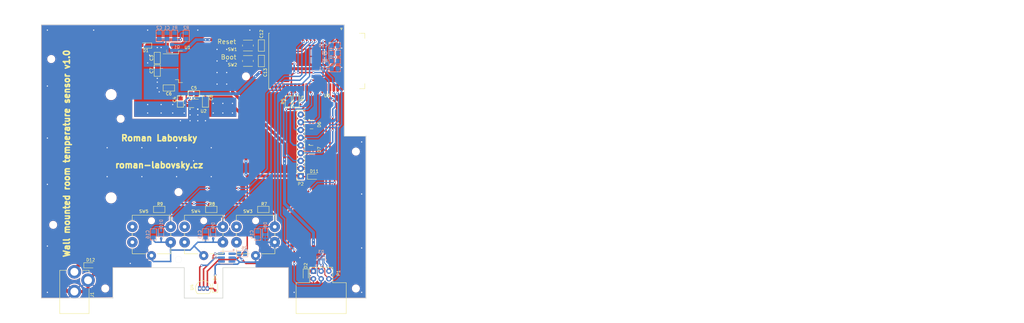
<source format=kicad_pcb>
(kicad_pcb (version 20221018) (generator pcbnew)
  (title_block (title "Wall mounted room temperature sensor - Wifi") (date "2021-06-13") (rev "v1.0") (company "Roman Labovsky (roman-labovsky.cz)"))
  (layers (0 "F.Cu" signal) (31 "B.Cu" signal) (34 "B.Paste" user) (35 "F.Paste" user) (36 "B.SilkS" user "B.Silkscreen") (37 "F.SilkS" user "F.Silkscreen") (38 "B.Mask" user) (39 "F.Mask" user) (44 "Edge.Cuts" user))
  (net 0 "")
  (net 1 "GND")
  (net 2 "+5V")
  (net 3 "Net-(U2-NR)")
  (net 4 "SYS_+3,3V")
  (net 5 "OTHER_+3,3V")
  (net 6 "/EN")
  (net 7 "/IO0")
  (net 8 "/button1")
  (net 9 "/button2")
  (net 10 "/button3")
  (net 11 "USB_+5V")
  (net 12 "/RXD")
  (net 13 "/TXD")
  (net 14 "/DISPLAY_CLK")
  (net 15 "/DISPLAY_LED")
  (net 16 "/DISPLAY_DCRS")
  (net 17 "/DISPLAY_CS")
  (net 18 "/DISPLAY_RST")
  (net 19 "/DISPLAY_MOSI")
  (net 20 "Net-(U1-NR)")
  (net 21 "/1wire_data")
  (net 22 "/NOT_CONNECTED")
  (net 24 "VDC")
  (net 29 "unconnected-(D5-Pad4)")
  (net 30 "Net-(U4-DQ)")
  (net 40 "Net-(Q1-G)")
  (net 41 "Net-(U3-IO2)")
  (net 52 "unconnected-(U3-IO14-Pad13)")
  (net 71 "Net-(U4-GND)")
  (footprint "capacitor_smd_rl:c_0805" (layer "F.Cu") (at 76.2 79.675 -90)
    (fp_text reference "C3")
    (fp_text value "2.2uF/16V")
  )
  (footprint "capacitor_smd_rl:c_0805" (layer "F.Cu") (at 83.82 93.98 90)
    (fp_text reference "C4")
    (fp_text value "2.2uF/16V")
  )
  (footprint "capacitor_smd_rl:c_0805" (layer "F.Cu") (at 88.265 91.44)
    (fp_text reference "C5")
    (fp_text value "10nF/16V")
  )
  (footprint "capacitor_smd_rl:c_0805" (layer "F.Cu") (at 80.01 89.535)
    (fp_text reference "C6")
    (fp_text value "10nF/16V")
  )
  (footprint "capacitor_smd_rl:c_0805" (layer "F.Cu") (at 76.2 83.82 90)
    (fp_text reference "C7")
    (fp_text value "10uF/16V")
  )
  (footprint "capacitor_smd_rl:c_0805" (layer "F.Cu") (at 92.075 93.98 90)
    (fp_text reference "C8")
    (fp_text value "10uF/16V")
  )
  (footprint "capacitor_smd_rl:c_0805" (layer "F.Cu") (at 110.49 75.565 90)
    (fp_text reference "C12")
    (fp_text value "100nF")
  )
  (footprint "capacitor_smd_rl:c_0805" (layer "F.Cu") (at 110.49 80.645 90)
    (fp_text reference "C13")
    (fp_text value "100nF")
  )
  (footprint "package_sod_rl:sod_323" (layer "F.Cu") (at 72.39 75.565 180)
    (fp_text reference "D1")
    (fp_text value "BAT60B")
  )
  (footprint "package_sod_rl:sod_323" (layer "F.Cu") (at 125.095 151.13 -90)
    (fp_text reference "D2")
    (fp_text value "SD05.TCT")
  )
  (footprint "package_dfn_rl:dfn_2510a_10" (layer "F.Cu") (at 127 101.6)
    (fp_text reference "D6")
    (fp_text value "PHDMI2AB4Z")
  )
  (footprint "package_dfn_rl:dfn_2510a_10" (layer "F.Cu") (at 127 109.855)
    (fp_text reference "D7")
    (fp_text value "PHDMI2AB4Z")
  )
  (footprint "package_sod_rl:sod_323" (layer "F.Cu") (at 127.635 118.745)
    (fp_text reference "D11")
    (fp_text value "SD05.TCT")
  )
  (footprint "resistor_smd_rl:r_0805" (layer "F.Cu") (at 121.92 93.98 90)
    (fp_text reference "R4")
    (fp_text value "10k")
  )
  (footprint "resistor_smd_rl:r_0805" (layer "F.Cu") (at 111.125 129.54)
    (fp_text reference "R7")
    (fp_text value "10k")
  )
  (footprint "resistor_smd_rl:r_0805" (layer "F.Cu") (at 93.98 129.54)
    (fp_text reference "R8")
    (fp_text value "10k")
  )
  (footprint "resistor_smd_rl:r_0805" (layer "F.Cu") (at 76.835 129.54)
    (fp_text reference "R9")
    (fp_text value "10k")
  )
  (footprint "microswitch_smd_rl:TVAF18BB" (layer "F.Cu") (at 106.045 75.565 180)
    (fp_text reference "SW1")
    (fp_text value "TVAF18BB")
  )
  (footprint "microswitch_smd_rl:TVAF18BB" (layer "F.Cu") (at 106.045 80.645 180)
    (fp_text reference "SW2")
    (fp_text value "TVAF18BB")
  )
  (footprint "microswitch_tht_rl:B3F-4150" (layer "F.Cu") (at 108.585 137.795)
    (fp_text reference "SW3")
    (fp_text value "B3F-4150")
  )
  (footprint "package_to_rl:to_263_5" (layer "F.Cu") (at 86.16 82.55)
    (fp_text reference "U1")
    (fp_text value "TPS79633KTTR")
  )
  (footprint "package_son_rl:son_8" (layer "F.Cu") (at 88.265 94.615 180)
    (fp_text reference "U2")
    (fp_text value "TPS7A8033DRBR")
  )
  (footprint "microswitch_tht_rl:B3F-4150" (layer "F.Cu") (at 91.5 137.795)
    (fp_text reference "SW4")
    (fp_text value "B3F-4150")
  )
  (footprint "resistor_smd_rl:r_0805" (layer "F.Cu") (at 119.38 93.98 -90)
    (fp_text reference "R5")
    (fp_text value "10k")
  )
  (footprint "microswitch_tht_rl:B3F-4150" (layer "F.Cu") (at 74.295 137.795)
    (fp_text reference "SW5")
    (fp_text value "B3F-4150")
  )
  (footprint "package_sod_rl:sod_323" (layer "F.Cu") (at 95.25 154.94 90)
    (fp_text reference "D4")
    (fp_text value "SD05.TCT")
  )
  (footprint "esp32_module_rl:ESP32-WROVER-IE" (layer "F.Cu") (at 125.095 80.645 -90)
    (fp_text reference "U3")
    (fp_text value "ESP32-WROVER-IE")
  )
  (footprint "connector_idc_rl:2x3_MLW06A" (layer "F.Cu") (at 130.175 151.13 -90)
    (fp_text reference "P1")
    (fp_text value "2x3_MLW06A")
  )
  (footprint "package_to_rl:to_92_in_line" (layer "F.Cu") (at 91.44 155.575)
    (fp_text reference "U4")
    (fp_text value "DS18B20")
  )
  (footprint "connector_tht_pinsocket_2.54mm_rl:1x9_pinsocket_2.54mm_vertical_8.4mm" (layer "F.Cu") (at 123.444 118.618 180)
    (fp_text reference "P2")
    (fp_text value "DS1023-1-9S21")
  )
  (footprint "package_sod_rl:sod_323" (layer "F.Cu") (at 53.975 147.955)
    (fp_text reference "D12")
    (fp_text value "SD05.TCT")
  )
  (footprint "dc_barrel_jack_tht_rl:PC-GK2.1" (layer "F.Cu") (at 48.895 156.845 90)
    (fp_text reference "J1")
    (fp_text value "PC-GK2.1")
  )
  (footprint "mounting_hole_rl:mounting_hole_2.2x4.4mm" (layer "F.Cu") (at 105.41 85.725)
    (fp_text reference "H2" hide)
    (fp_text value "mounting_hole_2.2x4.4mm" hide)
  )
  (footprint "mounting_hole_rl:mounting_hole_2.2x4.4mm" (layer "F.Cu") (at 141.605 110.49)
    (fp_text reference "H4" hide)
    (fp_text value "mounting_hole_2.2x4.4mm" hide)
  )
  (footprint "mounting_hole_rl:mounting_hole_3.2x5.5mm" (layer "F.Cu") (at 61 125.72)
    (fp_text reference "H11" hide)
    (fp_text value "mounting_hole_3.2x5.5mm" hide)
  )
  (footprint "mounting_hole_rl:mounting_hole_2.2x4.4mm" (layer "F.Cu") (at 83.185 123.825)
    (fp_text reference "H5" hide)
    (fp_text value "mounting_hole_2.2x4.4mm" hide)
  )
  (footprint "mounting_hole_rl:mounting_hole_2.2x4.4mm" (layer "F.Cu") (at 41.275 80.01)
    (fp_text reference "H1" hide)
    (fp_text value "mounting_hole_2.2x4.4mm" hide)
  )
  (footprint "mounting_hole_rl:mounting_hole_3.2x5.5mm" (layer "F.Cu") (at 61 91.72)
    (fp_text reference "H10" hide)
    (fp_text value "mounting_hole_3.2x5.5mm" hide)
  )
  (footprint "mounting_hole_rl:mounting_hole_2.2x4.4mm" (layer "F.Cu") (at 41.91 134.62)
    (fp_text reference "H6" hide)
    (fp_text value "mounting_hole_2.2x4.4mm" hide)
  )
  (footprint "mounting_hole_rl:mounting_hole_2.2x4.4mm" (layer "F.Cu") (at 83.185 146.05)
    (fp_text reference "H7" hide)
    (fp_text value "mounting_hole_2.2x4.4mm" hide)
  )
  (footprint "mounting_hole_rl:mounting_hole_2.2x4.4mm" (layer "F.Cu") (at 64.135 99.695)
    (fp_text reference "H3" hide)
    (fp_text value "mounting_hole_2.2x4.4mm" hide)
  )
  (footprint "mounting_hole_rl:mounting_hole_2.2x4.4mm" (layer "F.Cu") (at 59.055 155.575)
    (fp_text reference "H8" hide)
    (fp_text value "mounting_hole_2.2x4.4mm" hide)
  )
  (footprint "mounting_hole_rl:mounting_hole_2.2x4.4mm" (layer "F.Cu") (at 141.605 155.575)
    (fp_text reference "H9" hide)
    (fp_text value "mounting_hole_2.2x4.4mm" hide)
  )
  (footprint "capacitor_smd_rl:c_0805" (layer "B.Cu") (at 79.375 72.39 90)
    (fp_text reference "C1")
    (fp_text value "22uF/25V")
  )
  (footprint "capacitor_smd_rl:c_0805" (layer "B.Cu") (at 76.835 72.39 90)
    (fp_text reference "C2")
    (fp_text value "1uF/16V")
  )
  (footprint "capacitor_smd_rl:c_0805" (layer "B.Cu") (at 134.62 78.105)
    (fp_text reference "C9")
    (fp_text value "22uF")
  )
  (footprint "capacitor_smd_rl:c_0805" (layer "B.Cu") (at 134.62 75.565)
    (fp_text reference "C10")
    (fp_text value "100nF")
  )
  (footprint "capacitor_smd_rl:c_0805" (layer "B.Cu") (at 134.62 83.185)
    (fp_text reference "C11")
    (fp_text value "1uF")
  )
  (footprint "capacitor_smd_rl:c_0805" (layer "B.Cu") (at 109.22 137.795 -90)
    (fp_text reference "C14")
    (fp_text value "100nF")
  )
  (footprint "capacitor_smd_rl:c_0805" (layer "B.Cu") (at 92.075 137.795 -90)
    (fp_text reference "C15")
    (fp_text value "100nF")
  )
  (footprint "capacitor_smd_rl:c_0805" (layer "B.Cu") (at 74.93 137.795 -90)
    (fp_text reference "C16")
    (fp_text value "100nF")
  )
  (footprint "package_dfn_rl:dfn_2510a_10" (layer "B.Cu") (at 130.175 145.415 90)
    (fp_text reference "D3")
    (fp_text value "PHDMI2AB4Z")
  )
  (footprint "package_sod_rl:sod_323" (layer "B.Cu") (at 111.76 137.795 -90)
    (fp_text reference "D8")
    (fp_text value "SD05.TCT")
  )
  (footprint "package_sod_rl:sod_323" (layer "B.Cu") (at 94.615 137.795 -90)
    (fp_text reference "D9")
    (fp_text value "SD05.TCT")
  )
  (footprint "package_sod_rl:sod_323" (layer "B.Cu") (at 77.47 137.795 -90)
    (fp_text reference "D10")
    (fp_text value "SD05.TCT")
  )
  (footprint "package_sot_rl:sot_23_3" (layer "B.Cu") (at 80.01 76.2 180)
    (fp_text reference "Q1")
    (fp_text value "DMG2307L")
  )
  (footprint "resistor_smd_rl:r_0805" (layer "B.Cu") (at 81.915 72.39 90)
    (fp_text reference "R1")
    (fp_text value "100k")
  )
  (footprint "resistor_smd_rl:r_0805" (layer "B.Cu") (at 85.725 72.39 -90)
    (fp_text reference "R2")
    (fp_text value "100k")
  )
  (footprint "resistor_smd_rl:r_0805" (layer "B.Cu") (at 134.62 80.645)
    (fp_text reference "R3")
    (fp_text value "10k")
  )
  (footprint "resistor_smd_rl:r_0805" (layer "B.Cu") (at 104.14 144.145 180)
    (fp_text reference "R6")
    (fp_text value "4,7k")
  )
  (footprint "package_tsoc_rl:tsoc_6" (layer "B.Cu") (at 99.06 145.415 180)
    (fp_text reference "D5")
    (fp_text value "DS9503_us")
  )
  (gr_line (start 61.595 148.72) (end 85.09 148.72) (stroke (width 0.2)) (layer "Edge.Cuts"))
  (gr_line (start 38 68.72) (end 38 158.75) (stroke (width 0.2)) (layer "Edge.Cuts"))
  (gr_line (start 38 68.72) (end 137.795 68.72) (stroke (width 0.2)) (layer "Edge.Cuts"))
  (gr_line (start 97.79 158.75) (end 85.09 158.75) (stroke (width 0.2)) (layer "Edge.Cuts"))
  (gr_line (start 97.79 158.75) (end 97.79 148.72) (stroke (width 0.2)) (layer "Edge.Cuts"))
  (gr_line (start 97.79 148.72) (end 119.38 148.72) (stroke (width 0.2)) (layer "Edge.Cuts"))
  (gr_line (start 145 158.75) (end 145 148.72) (stroke (width 0.2)) (layer "Edge.Cuts"))
  (gr_line (start 145 158.75) (end 119.38 158.75) (stroke (width 0.2)) (layer "Edge.Cuts"))
  (gr_line (start 119.38 158.75) (end 119.38 148.72) (stroke (width 0.2)) (layer "Edge.Cuts"))
  (gr_line (start 61.595 158.75) (end 61.595 148.72) (stroke (width 0.2)) (layer "Edge.Cuts"))
  (gr_circle (center 59.055 155.575) (end 60.155 155.575) (stroke (width 0.05)) (fill none) (layer "Edge.Cuts"))
  (gr_circle (center 83.185 123.825) (end 84.285 123.825) (stroke (width 0.05)) (fill none) (layer "Edge.Cuts"))
  (gr_circle (center 41.91 134.62) (end 43.01 134.62) (stroke (width 0.05)) (fill none) (layer "Edge.Cuts"))
  (gr_circle (center 64.135 99.695) (end 65.235 99.695) (stroke (width 0.05)) (fill none) (layer "Edge.Cuts"))
  (gr_circle (center 105.41 85.725) (end 106.51 85.725) (stroke (width 0.05)) (fill none) (layer "Edge.Cuts"))
  (gr_circle (center 141.605 155.575) (end 142.705 155.575) (stroke (width 0.05)) (fill none) (layer "Edge.Cuts"))
  (gr_circle (center 141.605 110.49) (end 142.705 110.49) (stroke (width 0.05)) (fill none) (layer "Edge.Cuts"))
  (gr_circle (center 83.185 146.05) (end 84.285 146.05) (stroke (width 0.05)) (fill none) (layer "Edge.Cuts"))
  (gr_line (start 38 158.75) (end 61.595 158.75) (stroke (width 0.2)) (layer "Edge.Cuts"))
  (gr_line (start 137.795 105.41) (end 137.795 68.72) (stroke (width 0.2)) (layer "Edge.Cuts"))
  (gr_line (start 85.09 158.75) (end 85.09 148.72) (stroke (width 0.2)) (layer "Edge.Cuts"))
  (gr_line (start 145 105.41) (end 137.795 105.41) (stroke (width 0.2)) (layer "Edge.Cuts"))
  (gr_line (start 145 105.41) (end 145 148.72) (stroke (width 0.2)) (layer "Edge.Cuts"))
  (gr_text "Wall mounted room temperature sensor v1.0" (at 46.355 111.125 90) (layer "F.SilkS") (effects (font (size 2 2) (thickness 0.5))))
  (gr_text "roman-labovsky.cz" (at 76.835 114.935) (layer "F.SilkS") (effects (font (size 2 2) (thickness 0.5))))
  (gr_text "Roman Labovsky" (at 76.835 106.045) (layer "F.SilkS") (effects (font (size 2 2) (thickness 0.5))))
  (gr_text "Boot" (at 99.695 79.375) (layer "F.SilkS") (effects (font (size 1.5 1.5) (thickness 0.2))))
  (gr_text "Reset" (at 99.06 74.295) (layer "F.SilkS") (effects (font (size 1.5 1.5) (thickness 0.2))))
  (segment (start 102.479613 88.509613) (end 102.479613 85.334613) (width 0.5) (layer "F.Cu") (net 1))
  (segment (start 88.9 90.17) (end 89.535 90.17) (width 0.5) (layer "F.Cu") (net 1))
  (segment (start 55.245 147.955) (end 55.245 150.995) (width 1) (layer "F.Cu") (net 1))
  (segment (start 128.27 101.6) (end 128.905 102.235) (width 0.3) (layer "F.Cu") (net 1))
  (segment (start 107.95 93.98) (end 102.479613 88.509613) (width 0.5) (layer "F.Cu") (net 1))
  (segment (start 124.46 152.4) (end 123.19 151.13) (width 1) (layer "F.Cu") (net 1))
  (segment (start 136.665001 72.224999) (end 136.87 72.02) (width 0.45) (layer "F.Cu") (net 1))
  (segment (start 110.49 79.375) (end 109.464613 78.349613) (width 0.5) (layer "F.Cu") (net 1))
  (segment (start 123.19 139.7) (end 128.905 133.985) (width 1) (layer "F.Cu") (net 1))
  (segment (start 86.995 85.09) (end 89.535 82.55) (width 0.45) (layer "F.Cu") (net 1))
  (segment (start 115.57 93.98) (end 107.95 93.98) (width 0.5) (layer "F.Cu") (net 1))
  (segment (start 89.535 90.805) (end 89.235 91.105) (width 0.37) (layer "F.Cu") (net 1))
  (segment (start 136.525 69.85) (end 136.940001 70.265001) (width 1) (layer "F.Cu") (net 1))
  (segment (start 136.940001 89.199999) (end 136.940001 82.769999) (width 1) (layer "F.Cu") (net 1))
  (segment (start 127.54 101.6) (end 128.27 101.6) (width 0.3) (layer "F.Cu") (net 1))
  (segment (start 44.45 154.305) (end 46.74 156.595) (width 1) (layer "F.Cu") (net 1))
  (segment (start 104.17 79.645) (end 102.479613 79.645) (width 0.5) (layer "F.Cu") (net 1))
  (segment (start 89.535 71.755) (end 74.93 71.755) (width 1) (layer "F.Cu") (net 1))
  (segment (start 119.09 70.195) (end 118.745 69.85) (width 0.45) (layer "F.Cu") (net 1))
  (segment (start 89.535 82.55) (end 92.075 82.55) (width 0.45) (layer "F.Cu") (net 1))
  (segment (start 91.44 91.44) (end 92.075 92.075) (width 0.5) (layer "F.Cu") (net 1))
  (segment (start 123.19 151.13) (end 123.19 145.415) (width 1) (layer "F.Cu") (net 1))
  (segment (start 128.69 115.99) (end 128.905 116.205) (width 0.5) (layer "F.Cu") (net 1))
  (segment (start 104.17 74.565) (end 102.505 74.565) (width 0.5) (layer "F.Cu") (net 1))
  (segment (start 106.045 71.755) (end 107.95 71.755) (width 1) (layer "F.Cu") (net 1))
  (segment (start 128.905 114.935) (end 128.905 109.855) (width 0.5) (layer "F.Cu") (net 1))
  (segment (start 88.265 94.615) (end 88.265 93.130002) (width 1) (layer "F.Cu") (net 1))
  (segment (start 44.45 144.145) (end 44.45 154.305) (width 1) (layer "F.Cu") (net 1))
  (segment (start 102.479613 71.999613) (end 102.235 71.755) (width 0.5) (layer "F.Cu") (net 1))
  (segment (start 102.479613 78.349613) (end 102.479613 74.539613) (width 0.5) (layer "F.Cu") (net 1))
  (segment (start 92.075 92.075) (end 92.075 93.01) (width 0.5) (layer "F.Cu") (net 1))
  (segment (start 53.395 155.52) (end 53.395 152.845) (width 1) (layer "F.Cu") (net 1))
  (segment (start 80.385 82.55) (end 76.835 82.55) (width 1) (layer "F.Cu") (net 1))
  (segment (start 107.95 71.755) (end 109.855 69.85) (width 1) (layer "F.Cu") (net 1))
  (segment (start 119.09 72.02) (end 119.09 70.14) (width 1) (layer "F.Cu") (net 1))
  (segment (start 89.235 91.105) (end 89.235 91.44) (width 0.37) (layer "F.Cu") (net 1))
  (segment (start 88.265 93.130002) (end 88.265 93.130002) (width 1) (layer "F.Cu") (net 1))
  (segment (start 85.725 90.17) (end 88.9 90.17) (width 0.5) (layer "F.Cu") (net 1))
  (segment (start 88.265 93.130002) (end 88.4682 92.9132) (width 1) (layer "F.Cu") (net 1))
  (segment (start 126.46 109.855) (end 127.54 109.855) (width 0.3) (layer "F.Cu") (net 1))
  (segment (start 88.4682 92.9132) (end 88.685002 92.71) (width 1) (layer "F.Cu") (net 1))
  (segment (start 128.905 114.935) (end 128.905 116.205) (width 0.5) (layer "F.Cu") (net 1))
  (segment (start 128.905 116.205) (end 128.905 118.745) (width 1) (layer "F.Cu") (net 1))
  (segment (start 116.54 94.95) (end 115.57 93.98) (width 0.5) (layer "F.Cu") (net 1))
  (segment (start 136.940001 73.440001) (end 136.940001 72.090001) (width 1) (layer "F.Cu") (net 1))
  (segment (start 76.835 82.55) (end 76.2 81.915) (width 1) (layer "F.Cu") (net 1))
  (segment (start 136.87 72.02) (end 136.87 73.315) (width 0.45) (layer "F.Cu") (net 1))
  (segment (start 89.235 91.44) (end 89.235 90.505) (width 0.45) (layer "F.Cu") (net 1))
  (segment (start 92.075 93.01) (end 90.372499 93.01) (width 0.5) (layer "F.Cu") (net 1))
  (segment (start 46.74 156.595) (end 48.895 156.595) (width 1) (layer "F.Cu") (net 1))
  (segment (start 89.535 82.55) (end 89.535 71.755) (width 1) (layer "F.Cu") (net 1))
  (segment (start 89.535 82.55) (end 89.535 90.17) (width 1) (layer "F.Cu") (net 1))
  (segment (start 90.372499 93.01) (end 89.786249 93.596249) (width 0.31) (layer "F.Cu") (net 1))
  (segment (start 55.245 150.995) (end 53.395 152.845) (width 1) (layer "F.Cu") (net 1))
  (segment (start 128.905 119.38) (end 128.905 118.745) (width 1) (layer "F.Cu") (net 1))
  (segment (start 136.940001 82.769999) (end 136.940001 76.419999) (width 1) (layer "F.Cu") (net 1))
  (segment (start 89.235 92.160002) (end 89.235 91.44) (width 1) (layer "F.Cu") (net 1))
  (segment (start 110.49 74.595) (end 110.49 69.85) (width 0.5) (layer "F.Cu") (net 1))
  (segment (start 104.17 71.785) (end 104.14 71.755) (width 0.5) (layer "F.Cu") (net 1))
  (segment (start 46.99 141.605) (end 44.45 144.145) (width 1) (layer "F.Cu") (net 1))
  (segment (start 110.49 69.85) (end 118.745 69.85) (width 1) (layer "F.Cu") (net 1))
  (segment (start 83.82 92.075) (end 85.725 90.17) (width 0.5) (layer "F.Cu") (net 1))
  (segment (start 101.6 71.755) (end 102.235 71.755) (width 1) (layer "F.Cu") (net 1))
  (segment (start 90.764682 115.99) (end 88.265 113.490318) (width 1) (layer "F.Cu") (net 1))
  (segment (start 95.25 151.13) (end 95.25 153.035) (width 0.5) (layer "F.Cu") (net 1))
  (segment (start 89.535 90.17) (end 89.535 91.14) (width 1) (layer "F.Cu") (net 1))
  (segment (start 74.93 71.755) (end 59.69 71.755) (width 1) (layer "F.Cu") (net 1))
  (segment (start 125.095 152.4) (end 124.46 152.4) (width 1) (layer "F.Cu") (net 1))
  (segment (start 123.515 115.99) (end 90.764682 115.99) (width 1) (layer "F.Cu") (net 1))
  (segment (start 80.98 89.535) (end 82.55 89.535) (width 0.5) (layer "F.Cu") (net 1))
  (segment (start 88.265 113.490318) (end 88.265 96.52) (width 1) (layer "F.Cu") (net 1))
  (segment (start 102.479613 85.334613) (end 102.479613 79.645) (width 0.5) (layer "F.Cu") (net 1))
  (segment (start 102.235 71.755) (end 104.14 71.755) (width 1) (layer "F.Cu") (net 1))
  (segment (start 82.55 89.535) (end 89.535 82.55) (width 0.5) (layer "F.Cu") (net 1))
  (segment (start 89.535 91.14) (end 89.235 91.44) (width 1) (layer "F.Cu") (net 1))
  (segment (start 89.235 91.44) (end 91.44 91.44) (width 0.5) (layer "F.Cu") (net 1))
  (segment (start 119.38 94.95) (end 116.54 94.95) (width 0.5) (layer "F.Cu") (net 1))
  (segment (start 89.535 82.55) (end 89.535 77.47) (width 1) (layer "F.Cu") (net 1))
  (segment (start 104.775 71.755) (end 106.045 71.755) (width 1) (layer "F.Cu") (net 1))
  (segment (start 83.82 93.01) (end 83.82 92.075) (width 0.5) (layer "F.Cu") (net 1))
  (segment (start 95.25 153.035) (end 95.25 153.67) (width 0.5) (layer "F.Cu") (net 1))
  (segment (start 136.940001 76.419999) (end 136.940001 73.440001) (width 1) (layer "F.Cu") (net 1))
  (segment (start 102.479613 79.645) (end 102.479613 78.349613) (width 0.5) (layer "F.Cu") (net 1))
  (segment (start 123.515 115.99) (end 128.69 115.99) (width 1) (layer "F.Cu") (net 1))
  (segment (start 76.2 81.915) (end 76.2 80.645) (width 1) (layer "F.Cu") (net 1))
  (segment (start 103.9 79.375) (end 104.17 79.645) (width 0.45) (layer "F.Cu") (net 1))
  (segment (start 136.87 70.195) (end 136.525 69.85) (width 1) (layer "F.Cu") (net 1))
  (segment (start 52.32 156.595) (end 53.395 155.52) (width 1) (layer "F.Cu") (net 1))
  (segment (start 128.905 109.855) (end 128.905 102.235) (width 0.5) (layer "F.Cu") (net 1))
  (segment (start 136.525 69.85) (end 119.38 69.85) (width 1) (layer "F.Cu") (net 1))
  (segment (start 109.464613 78.349613) (end 102.479613 78.349613) (width 0.5) (layer "F.Cu") (net 1))
  (segment (start 127.54 109.855) (end 128.905 109.855) (width 0.3) (layer "F.Cu") (net 1))
  (segment (start 59.69 71.755) (end 46.99 84.455) (width 1) (layer "F.Cu") (net 1))
  (segment (start 127.635 152.4) (end 125.095 152.4) (width 1) (layer "F.Cu") (net 1))
  (segment (start 118.745 69.85) (end 119.38 69.85) (width 1) (layer "F.Cu") (net 1))
  (segment (start 48.895 156.595) (end 52.32 156.595) (width 1) (layer "F.Cu") (net 1))
  (segment (start 126.46 101.6) (end 127.54 101.6) (width 0.3) (layer "F.Cu") (net 1))
  (segment (start 102.479613 74.539613) (end 102.479613 71.999613) (width 0.5) (layer "F.Cu") (net 1))
  (segment (start 119.09 70.14) (end 119.38 69.85) (width 1) (layer "F.Cu") (net 1))
  (segment (start 89.535 71.755) (end 101.6 71.755) (width 1) (layer "F.Cu") (net 1))
  (segment (start 104.14 71.755) (end 104.775 71.755) (width 1) (layer "F.Cu") (net 1))
  (segment (start 136.87 89.27) (end 136.940001 89.199999) (width 1) (layer "F.Cu") (net 1))
  (segment (start 102.505 74.565) (end 102.479613 74.539613) (width 0.5) (layer "F.Cu") (net 1))
  (segment (start 76.2 82.85) (end 76.2 81.915) (width 1) (layer "F.Cu") (net 1))
  (segment (start 128.905 133.985) (end 128.905 119.38) (width 1) (layer "F.Cu") (net 1))
  (segment (start 88.685002 92.71) (end 89.235 92.160002) (width 1) (layer "F.Cu") (net 1))
  (segment (start 88.265 96.52) (end 88.265 94.615) (width 1) (layer "F.Cu") (net 1))
  (segment (start 80.385 82.55) (end 89.535 82.55) (width 1) (layer "F.Cu") (net 1))
  (segment (start 123.19 145.415) (end 123.19 139.7) (width 1) (layer "F.Cu") (net 1))
  (segment (start 110.49 79.675) (end 110.49 79.375) (width 0.5) (layer "F.Cu") (net 1))
  (segment (start 46.99 84.455) (end 46.99 141.605) (width 1) (layer "F.Cu") (net 1))
  (segment (start 109.855 69.85) (end 110.49 69.85) (width 1) (layer "F.Cu") (net 1))
  (segment (start 136.940001 70.265001) (end 136.940001 73.440001) (width 1) (layer "F.Cu") (net 1))
  (via (at 99.06 84.455) (size 0.8) (drill 0.4) (layers "F.Cu" "B.Cu") (net 1))
  (via (at 82.55 118.745) (size 0.8) (drill 0.4) (layers "F.Cu" "B.Cu") (net 1))
  (via (at 88.4682 92.9132) (size 0.8) (drill 0.4) (layers "F.Cu" "B.Cu") (net 1))
  (via (at 86.995 98.425) (size 0.8) (drill 0.4) (layers "F.Cu" "B.Cu") (net 1))
  (via (at 136.940001 82.769999) (size 0.8) (drill 0.4) (layers "F.Cu" "B.Cu") (net 1))
  (via (at 121.285 156.845) (size 0.8) (drill 0.4) (layers "F.Cu" "B.Cu") (net 1))
  (via (at 86.995 100.33) (size 0.8) (drill 0.4) (layers "F.Cu" "B.Cu") (net 1))
  (via (at 67.31 147.32) (size 0.8) (drill 0.4) (layers "F.Cu" "B.Cu") (net 1))
  (via (at 92.075 100.33) (size 0.8) (drill 0.4) (layers "F.Cu" "B.Cu") (net 1))
  (via (at 93.98 118.745) (size 0.8) (drill 0.4) (layers "F.Cu" "B.Cu") (net 1))
  (via (at 136.940001 76.419999) (size 0.8) (drill 0.4) (layers "F.Cu" "B.Cu") (net 1))
  (via (at 89.535 98.425) (size 0.8) (drill 0.4) (layers "F.Cu" "B.Cu") (net 1))
  (via (at 99.06 80.645) (size 0.8) (drill 0.4) (layers "F.Cu" "B.Cu") (net 1))
  (via (at 86.995 96.52) (size 0.8) (drill 0.4) (layers "F.Cu" "B.Cu") (net 1))
  (via (at 143.51 107.315) (size 0.8) (drill 0.4) (layers "F.Cu" "B.Cu") (net 1))
  (via (at 71.12 118.745) (size 0.8) (drill 0.4) (layers "F.Cu" "B.Cu") (net 1))
  (via (at 59.69 109.22) (size 0.8) (drill 0.4) (layers "F.Cu" "B.Cu") (net 1))
  (via (at 123.19 145.415) (size 0.8) (drill 0.4) (layers "F.Cu" "B.Cu") (net 1))
  (via (at 143.51 142.24) (size 0.8) (drill 0.4) (layers "F.Cu" "B.Cu") (net 1))
  (via (at 82.55 109.22) (size 0.8) (drill 0.4) (layers "F.Cu" "B.Cu") (net 1))
  (via (at 89.535 96.52) (size 0.8) (drill 0.4) (layers "F.Cu" "B.Cu") (net 1))
  (via (at 40.005 141.605) (size 0.8) (drill 0.4) (layers "F.Cu" "B.Cu") (net 1))
  (via (at 55.245 70.485) (size 0.8) (drill 0.4) (layers "F.Cu" "B.Cu") (net 1))
  (via (at 143.51 156.845) (size 0.8) (drill 0.4) (layers "F.Cu" "B.Cu") (net 1))
  (via (at 95.885 80.645) (size 0.8) (drill 0.4) (layers "F.Cu" "B.Cu") (net 1))
  (via (at 40.005 70.485) (size 0.8) (drill 0.4) (layers "F.Cu" "B.Cu") (net 1))
  (via (at 95.885 88.265) (size 0.8) (drill 0.4) (layers "F.Cu" "B.Cu") (net 1))
  (via (at 40.005 106.045) (size 0.8) (drill 0.4) (layers "F.Cu" "B.Cu") (net 1))
  (via (at 89.535 100.33) (size 0.8) (drill 0.4) (layers "F.Cu" "B.Cu") (net 1))
  (via (at 143.51 124.46) (size 0.8) (drill 0.4) (layers "F.Cu" "B.Cu") (net 1))
  (via (at 40.005 121.285) (size 0.8) (drill 0.4) (layers "F.Cu" "B.Cu") (net 1))
  (via (at 95.885 76.835) (size 0.8) (drill 0.4) (layers "F.Cu" "B.Cu") (net 1))
  (via (at 71.12 109.22) (size 0.8) (drill 0.4) (layers "F.Cu" "B.Cu") (net 1))
  (via (at 89.535 70.485) (size 0.8) (drill 0.4) (layers "F.Cu" "B.Cu") (net 1))
  (via (at 88.138 113.538) (size 0.8) (drill 0.4) (layers "F.Cu" "B.Cu") (net 1))
  (via (at 99.06 88.265) (size 0.8) (drill 0.4) (layers "F.Cu" "B.Cu") (net 1))
  (via (at 106.68 70.485) (size 0.8) (drill 0.4) (layers "F.Cu" "B.Cu") (net 1))
  (via (at 99.06 76.835) (size 0.8) (drill 0.4) (layers "F.Cu" "B.Cu") (net 1))
  (via (at 83.82 100.33) (size 0.8) (drill 0.4) (layers "F.Cu" "B.Cu") (net 1))
  (via (at 59.69 118.745) (size 0.8) (drill 0.4) (layers "F.Cu" "B.Cu") (net 1))
  (via (at 40.005 156.845) (size 0.8) (drill 0.4) (layers "F.Cu" "B.Cu") (net 1))
  (via (at 93.98 109.22) (size 0.8) (drill 0.4) (layers "F.Cu" "B.Cu") (net 1))
  (via (at 73.025 70.485) (size 0.8) (drill 0.4) (layers "F.Cu" "B.Cu") (net 1))
  (via (at 95.25 151.13) (size 0.8) (drill 0.4) (layers "F.Cu" "B.Cu") (net 1))
  (via (at 40.005 88.9) (size 0.8) (drill 0.4) (layers "F.Cu" "B.Cu") (net 1))
  (via (at 95.885 84.455) (size 0.8) (drill 0.4) (layers "F.Cu" "B.Cu") (net 1))
  (segment (start 95.25 148.209) (end 95.885 147.574) (width 0.5) (layer "B.Cu") (net 1))
  (segment (start 92.72 140.345) (end 94.605 140.345) (width 0.5) (layer "B.Cu") (net 1))
  (segment (start 101.827202 145.415) (end 103.097202 146.685) (width 0.5) (layer "B.Cu") (net 1))
  (segment (start 74.295 144.745) (end 72.99 144.745) (width 0.45) (layer "B.Cu") (net 1))
  (segment (start 103.312203 146.900001) (end 103.289999 146.900001) (width 0.5) (layer "B.Cu") (net 1))
  (segment (start 130.175 145.955) (end 130.175 144.875) (width 0.3) (layer "B.Cu") (net 1))
  (segment (start 73.36 138.765) (end 71.755 137.16) (width 0.5) (layer "B.Cu") (net 1))
  (segment (start 97.8 140.345) (end 97.8 138.42) (width 0.5) (layer "B.Cu") (net 1))
  (segment (start 130.175 144.875) (end 130.175 144.145) (width 0.3) (layer "B.Cu") (net 1))
  (segment (start 74.295 144.745) (end 74.295 146.05) (width 0.5) (layer "B.Cu") (net 1))
  (segment (start 108.585 146.685) (end 108.369999 146.900001) (width 0.5) (layer "B.Cu") (net 1))
  (segment (start 102.638204 147.574) (end 103.312203 146.900001) (width 0.5) (layer "B.Cu") (net 1))
  (segment (start 108.369999 146.900001) (end 117.894999 146.900001) (width 0.5) (layer "B.Cu") (net 1))
  (segment (start 80.595 141.655) (end 80.595 140.345) (width 0.45) (layer "B.Cu") (net 1))
  (segment (start 130.175 144.145) (end 129.54 143.51) (width 0.3) (layer "B.Cu") (net 1))
  (segment (start 114.885 141.655) (end 114.885 140.345) (width 0.45) (layer "B.Cu") (net 1))
  (segment (start 79.375 69.85) (end 79.515001 69.709999) (width 0.5) (layer "B.Cu") (net 1))
  (segment (start 76.835 70.485) (end 77.610001 69.709999) (width 0.5) (layer "B.Cu") (net 1))
  (segment (start 74.295 144.745) (end 74.295 145.415) (width 0.45) (layer "B.Cu") (net 1))
  (segment (start 97.8 141.595) (end 97.8 140.345) (width 0.45) (layer "B.Cu") (net 1))
  (segment (start 103.312203 146.900001) (end 106.464999 146.900001) (width 0.5) (layer "B.Cu") (net 1))
  (segment (start 80.645 146.685) (end 74.93 146.685) (width 0.5) (layer "B.Cu") (net 1))
  (segment (start 114.885 146.635) (end 114.935 146.685) (width 0.5) (layer "B.Cu") (net 1))
  (segment (start 119.38 145.415) (end 118.4275 146.3675) (width 0.5) (layer "B.Cu") (net 1))
  (segment (start 117.894999 146.900001) (end 118.4275 146.3675) (width 0.5) (layer "B.Cu") (net 1))
  (segment (start 91.5 144.745) (end 88.36 141.605) (width 0.5) (layer "B.Cu") (net 1))
  (segment (start 88.36 141.605) (end 88.265 141.605) (width 0.5) (layer "B.Cu") (net 1))
  (segment (start 94.605 140.345) (end 97.8 140.345) (width 0.5) (layer "B.Cu") (net 1))
  (segment (start 74.93 139.7) (end 75.575 140.345) (width 0.5) (layer "B.Cu") (net 1))
  (segment (start 107.97 138.765) (end 109.22 138.765) (width 0.5) (layer "B.Cu") (net 1))
  (segment (start 114.885 140.345) (end 114.885 146.635) (width 0.5) (layer "B.Cu") (net 1))
  (segment (start 77.46 140.345) (end 80.595 140.345) (width 0.5) (layer "B.Cu") (net 1))
  (segment (start 123.19 145.415) (end 125.095 143.51) (width 0.3) (layer "B.Cu") (net 1))
  (segment (start 135.59 78.105) (end 135.59 77.17) (width 0.5) (layer "B.Cu") (net 1))
  (segment (start 94.605 139.075) (end 94.615 139.065) (width 0.5) (layer "B.Cu") (net 1))
  (segment (start 92.075 138.765) (end 92.075 140.335) (width 0.5) (layer "B.Cu") (net 1))
  (segment (start 106.464999 146.900001) (end 108.369999 146.900001) (width 0.5) (layer "B.Cu") (net 1))
  (segment (start 95.25 149.225) (end 95.25 148.59) (width 0.5) (layer "B.Cu") (net 1))
  (segment (start 95.885 147.574) (end 102.638204 147.574) (width 0.5) (layer "B.Cu") (net 1))
  (segment (start 74.93 138.765) (end 73.36 138.765) (width 0.5) (layer "B.Cu") (net 1))
  (segment (start 111.76 139.065) (end 111.76 140.335) (width 0.5) (layer "B.Cu") (net 1))
  (segment (start 75.575 140.345) (end 77.46 140.345) (width 0.5) (layer "B.Cu") (net 1))
  (segment (start 135.59 77.17) (end 136.19 77.17) (width 0.5) (layer "B.Cu") (net 1))
  (segment (start 80.595 142.925) (end 80.595 146.635) (width 0.5) (layer "B.Cu") (net 1))
  (segment (start 103.097202 146.685) (end 103.312203 146.900001) (width 0.5) (layer "B.Cu") (net 1))
  (segment (start 89.525 140.345) (end 92.085 140.345) (width 0.5) (layer "B.Cu") (net 1))
  (segment (start 76.535 71.12) (end 76.835 71.42) (width 0.5) (layer "B.Cu") (net 1))
  (segment (start 92.075 140.335) (end 92.085 140.345) (width 0.5) (layer "B.Cu") (net 1))
  (segment (start 122.555 145.415) (end 119.38 145.415) (width 0.5) (layer "B.Cu") (net 1))
  (segment (start 87.04 142.925) (end 80.595 142.925) (width 0.5) (layer "B.Cu") (net 1))
  (segment (start 95.25 149.225) (end 95.25 148.209) (width 0.5) (layer "B.Cu") (net 1))
  (segment (start 88.36 141.605) (end 87.04 142.925) (width 0.5) (layer "B.Cu") (net 1))
  (segment (start 88.265 141.605) (end 89.525 140.345) (width 0.5) (layer "B.Cu") (net 1))
  (segment (start 77.47 140.335) (end 77.46 140.345) (width 0.5) (layer "B.Cu") (net 1))
  (segment (start 81.915 70.485) (end 81.139999 69.709999) (width 0.5) (layer "B.Cu") (net 1))
  (segment (start 92.085 140.345) (end 92.72 140.345) (width 0.5) (layer "B.Cu") (net 1))
  (segment (start 109.22 138.765) (end 109.22 139.7) (width 0.5) (layer "B.Cu") (net 1))
  (segment (start 123.19 145.415) (end 122.555 145.415) (width 0.5) (layer "B.Cu") (net 1))
  (segment (start 80.595 140.345) (end 80.595 142.925) (width 0.5) (layer "B.Cu") (net 1))
  (segment (start 74.295 146.05) (end 74.93 146.685) (width 0.5) (layer "B.Cu") (net 1))
  (segment (start 135.59 77.17) (end 135.59 75.565) (width 0.5) (layer "B.Cu") (net 1))
  (segment (start 79.375 71.42) (end 79.375 69.85) (width 0.5) (layer "B.Cu") (net 1))
  (segment (start 118.4275 146.3675) (end 118.11 146.685) (width 0.5) (layer "B.Cu") (net 1))
  (segment (start 81.915 71.42) (end 81.915 70.485) (width 0.5) (layer "B.Cu") (net 1))
  (segment (start 77.47 139.065) (end 77.47 140.335) (width 0.5) (layer "B.Cu") (net 1))
  (segment (start 79.515001 69.709999) (end 81.139999 69.709999) (width 0.5) (layer "B.Cu") (net 1))
  (segment (start 94.605 140.345) (end 94.605 139.075) (width 0.5) (layer "B.Cu") (net 1))
  (segment (start 100.7872 145.415) (end 101.827202 145.415) (width 0.5) (layer "B.Cu") (net 1))
  (segment (start 83.994682 113.490318) (end 88.265 113.490318) (width 0.5) (layer "B.Cu") (net 1))
  (segment (start 74.93 138.765) (end 74.93 139.7) (width 0.5) (layer "B.Cu") (net 1))
  (segment (start 97.8 138.42) (end 98.425 137.795) (width 0.5) (layer "B.Cu") (net 1))
  (segment (start 109.865 140.345) (end 111.75 140.345) (width 0.5) (layer "B.Cu") (net 1))
  (segment (start 71.755 137.16) (end 71.755 125.73) (width 0.5) (layer "B.Cu") (net 1))
  (segment (start 108.585 144.745) (end 108.585 146.685) (width 0.5) (layer "B.Cu") (net 1))
  (segment (start 136.19 77.17) (end 136.940001 76.419999) (width 0.5) (layer "B.Cu") (net 1))
  (segment (start 107 137.795) (end 107.97 138.765) (width 0.5) (layer "B.Cu") (net 1))
  (segment (start 111.76 140.335) (end 111.75 140.345) (width 0.5) (layer "B.Cu") (net 1))
  (segment (start 71.755 125.73) (end 83.994682 113.490318) (width 0.5) (layer "B.Cu") (net 1))
  (segment (start 136.525 83.185) (end 136.940001 82.769999) (width 0.5) (layer "B.Cu") (net 1))
  (segment (start 125.095 143.51) (end 129.54 143.51) (width 0.3) (layer "B.Cu") (net 1))
  (segment (start 109.22 139.7) (end 109.865 140.345) (width 0.5) (layer "B.Cu") (net 1))
  (segment (start 76.835 71.42) (end 76.835 70.485) (width 0.5) (layer "B.Cu") (net 1))
  (segment (start 135.59 83.185) (end 136.525 83.185) (width 0.5) (layer "B.Cu") (net 1))
  (segment (start 111.75 140.345) (end 114.885 140.345) (width 0.5) (layer "B.Cu") (net 1))
  (segment (start 95.25 151.13) (end 95.25 149.225) (width 0.5) (layer "B.Cu") (net 1))
  (segment (start 80.595 146.635) (end 80.645 146.685) (width 0.5) (layer "B.Cu") (net 1))
  (segment (start 77.610001 69.709999) (end 79.515001 69.709999) (width 0.5) (layer "B.Cu") (net 1))
  (segment (start 98.425 137.795) (end 107 137.795) (width 0.5) (layer "B.Cu") (net 1))
  (segment (start 73.3425 78.4225) (end 73.025 78.74) (width 1) (layer "F.Cu") (net 2))
  (segment (start 73.025 81.28) (end 73.025 78.74) (width 1) (layer "F.Cu") (net 2))
  (segment (start 77.47 75.565) (end 76.2 75.565) (width 1) (layer "F.Cu") (net 2))
  (segment (start 86.7791 95.59) (end 86.065 95.59) (width 0.3) (layer "F.Cu") (net 2))
  (segment (start 80.385 79.15) (end 77.88 79.15) (width 0.5) (layer "F.Cu") (net 2))
  (segment (start 86.065 95.59) (end 85.781813 95.59) (width 0.3) (layer "F.Cu") (net 2))
  (segment (start 76.2 76.2) (end 76.2 75.565) (width 1) (layer "F.Cu") (net 2))
  (segment (start 75.9 94.95) (end 77.424 94.95) (width 1) (layer "F.Cu") (net 2))
  (segment (start 86.9696 92.8624) (end 86.9696 92.815402) (width 0.3) (layer "F.Cu") (net 2))
  (segment (start 86.7791 95.59) (end 86.295 95.59) (width 0.3) (layer "F.Cu") (net 2))
  (segment (start 86.245 95.135) (end 86.1575 95.2225) (width 0.5) (layer "F.Cu") (net 2))
  (segment (start 81.326 94.95) (end 81.28 94.996) (width 1) (layer "F.Cu") (net 2))
  (segment (start 80.385 79.15) (end 80.385 77.21) (width 1) (layer "F.Cu") (net 2))
  (segment (start 80.385 79.15) (end 78.965 79.15) (width 0.5) (layer "F.Cu") (net 2))
  (segment (start 81.234 94.95) (end 77.516 94.95) (width 1) (layer "F.Cu") (net 2))
  (segment (start 86.295 95.59) (end 86.1575 95.4525) (width 0.3) (layer "F.Cu") (net 2))
  (segment (start 85.326813 95.135) (end 85.205 95.135) (width 0.3) (layer "F.Cu") (net 2))
  (segment (start 85.84 95.135) (end 86.245 95.135) (width 0.5) (layer "F.Cu") (net 2))
  (segment (start 77.516 94.95) (end 77.47 94.996) (width 1) (layer "F.Cu") (net 2))
  (segment (start 83.82 94.95) (end 81.58 94.95) (width 1) (layer "F.Cu") (net 2))
  (segment (start 86.035 94.94) (end 85.84 95.135) (width 0.3) (layer "F.Cu") (net 2))
  (segment (start 73.66 78.105) (end 75.565 76.2) (width 1) (layer "F.Cu") (net 2))
  (segment (start 83.905 94.865) (end 83.82 94.95) (width 0.2) (layer "F.Cu") (net 2))
  (segment (start 77.88 79.15) (end 77.435 78.705) (width 0.5) (layer "F.Cu") (net 2))
  (segment (start 76.2 75.565) (end 73.66 75.565) (width 1) (layer "F.Cu") (net 2))
  (segment (start 86.9696 92.815402) (end 86.995 92.790002) (width 0.3) (layer "F.Cu") (net 2))
  (segment (start 86.065 95.59) (end 85.61 95.135) (width 0.3) (layer "F.Cu") (net 2))
  (segment (start 73.025 78.74) (end 73.66 78.74) (width 1) (layer "F.Cu") (net 2))
  (segment (start 85.84 95.135) (end 85.205 95.135) (width 0.5) (layer "F.Cu") (net 2))
  (segment (start 85.205 95.135) (end 85.61 95.135) (width 1) (layer "F.Cu") (net 2))
  (segment (start 86.7791 93.64) (end 86.7791 93.005902) (width 0.3) (layer "F.Cu") (net 2))
  (segment (start 78.945 80.85) (end 78.618447 80.523447) (width 0.5) (layer "F.Cu") (net 2))
  (segment (start 76.235 78.74) (end 76.2 78.705) (width 0.45) (layer "F.Cu") (net 2))
  (segment (start 83.82 94.95) (end 85.02 94.95) (width 1) (layer "F.Cu") (net 2))
  (segment (start 74.295 84.455) (end 74.295 93.345) (width 1) (layer "F.Cu") (net 2))
  (segment (start 77.47 76.2) (end 77.47 75.565) (width 1) (layer "F.Cu") (net 2))
  (segment (start 84.005 95.135) (end 83.82 94.95) (width 0.45) (layer "F.Cu") (net 2))
  (segment (start 75.565 76.2) (end 76.2 76.2) (width 1) (layer "F.Cu") (net 2))
  (segment (start 80.385 80.85) (end 80.385 79.15) (width 0.5) (layer "F.Cu") (net 2))
  (segment (start 73.025 83.185) (end 74.295 84.455) (width 1) (layer "F.Cu") (net 2))
  (segment (start 74.295 93.345) (end 75.9 94.95) (width 1) (layer "F.Cu") (net 2))
  (segment (start 86.7791 94.94) (end 86.035 94.94) (width 0.3) (layer "F.Cu") (net 2))
  (segment (start 81.28 94.996) (end 81.234 94.95) (width 1) (layer "F.Cu") (net 2))
  (segment (start 80.385 80.57) (end 80.385 80.85) (width 0.5) (layer "F.Cu") (net 2))
  (segment (start 73.66 78.74) (end 73.66 78.105) (width 1) (layer "F.Cu") (net 2))
  (segment (start 80.385 80.85) (end 78.945 80.85) (width 0.5) (layer "F.Cu") (net 2))
  (segment (start 86.9775 92.807502) (end 86.995 92.790002) (width 0.2) (layer "F.Cu") (net 2))
  (segment (start 86.922602 92.8624) (end 86.9696 92.8624) (width 0.3) (layer "F.Cu") (net 2))
  (segment (start 77.435 78.705) (end 76.2 78.705) (width 0.5) (layer "F.Cu") (net 2))
  (segment (start 85.781813 95.59) (end 85.326813 95.135) (width 0.3) (layer "F.Cu") (net 2))
  (segment (start 86.7791 93.005902) (end 86.922602 92.8624) (width 0.3) (layer "F.Cu") (net 2))
  (segment (start 78.74 75.565) (end 77.47 75.565) (width 1) (layer "F.Cu") (net 2))
  (segment (start 85.02 94.95) (end 85.205 95.135) (width 1) (layer "F.Cu") (net 2))
  (segment (start 73.025 78.74) (end 73.3425 78.4225) (width 1) (layer "F.Cu") (net 2))
  (segment (start 85.09 95.25) (end 85.205 95.135) (width 0.45) (layer "F.Cu") (net 2))
  (segment (start 81.58 94.95) (end 81.326 94.95) (width 1) (layer "F.Cu") (net 2))
  (segment (start 73.025 81.28) (end 73.025 83.185) (width 1) (layer "F.Cu") (net 2))
  (segment (start 77.424 94.95) (end 77.47 94.996) (width 1) (layer "F.Cu") (net 2))
  (segment (start 80.385 77.21) (end 78.74 75.565) (width 1) (layer "F.Cu") (net 2))
  (via (at 73.025 97.79) (size 0.8) (drill 0.4) (layers "F.Cu" "B.Cu") (net 2))
  (via (at 77.47 76.2) (size 0.8) (drill 0.4) (layers "F.Cu" "B.Cu") (net 2))
  (via (at 81.28 94.996) (size 0.8) (drill 0.4) (layers "F.Cu" "B.Cu") (net 2))
  (via (at 85.09 97.79) (size 0.8) (drill 0.4) (layers "F.Cu" "B.Cu") (net 2))
  (via (at 73.025 94.996) (size 0.8) (drill 0.4) (layers "F.Cu" "B.Cu") (net 2))
  (via (at 76.2 76.2) (size 0.8) (drill 0.4) (layers "F.Cu" "B.Cu") (net 2))
  (via (at 86.868 92.837) (size 0.8) (drill 0.4) (layers "F.Cu" "B.Cu") (net 2))
  (via (at 77.47 97.79) (size 0.8) (drill 0.4) (layers "F.Cu" "B.Cu") (net 2))
  (via (at 81.28 97.79) (size 0.8) (drill 0.4) (layers "F.Cu" "B.Cu") (net 2))
  (via (at 73.66 78.74) (size 0.8) (drill 0.4) (layers "F.Cu" "B.Cu") (net 2))
  (via (at 73.025 81.28) (size 0.8) (drill 0.4) (layers "F.Cu" "B.Cu") (net 2))
  (via (at 77.47 94.996) (size 0.8) (drill 0.4) (layers "F.Cu" "B.Cu") (net 2))
  (via (at 85.217 95.123) (size 0.8) (drill 0.4) (layers "F.Cu" "B.Cu") (net 2))
  (segment (start 85.205 93.865) (end 85.205 95.135) (width 0.5) (layer "B.Cu") (net 2))
  (segment (start 79.01 73.725) (end 79.375 73.36) (width 0.5) (layer "B.Cu") (net 2))
  (segment (start 79.01 76.2) (end 77.47 76.2) (width 1) (layer "B.Cu") (net 2))
  (segment (start 86.279998 92.790002) (end 85.205 93.865) (width 0.5) (layer "B.Cu") (net 2))
  (segment (start 79.375 73.36) (end 76.835 73.36) (width 0.5) (layer "B.Cu") (net 2))
  (segment (start 86.995 92.790002) (end 86.279998 92.790002) (width 0.5) (layer "B.Cu") (net 2))
  (segment (start 76.2 76.2) (end 77.47 76.2) (width 1) (layer "B.Cu") (net 2))
  (segment (start 79.01 76.2) (end 79.01 73.725) (width 0.5) (layer "B.Cu") (net 2))
  (segment (start 86.36 91.44) (end 87.295 91.44) (width 0.37) (layer "F.Cu") (net 3))
  (segment (start 86.7791 94.29) (end 86.035 94.29) (width 0.31) (layer "F.Cu") (net 3))
  (segment (start 85.725 93.98) (end 85.725 92.075) (width 0.37) (layer "F.Cu") (net 3))
  (segment (start 85.725 92.075) (end 86.36 91.44) (width 0.37) (layer "F.Cu") (net 3))
  (segment (start 86.035 94.29) (end 85.725 93.98) (width 0.31) (layer "F.Cu") (net 3))
  (segment (start 77.135 84.79) (end 76.2 84.79) (width 1) (layer "F.Cu") (net 4))
  (segment (start 121.92 94.95) (end 123.49 94.95) (width 0.5) (layer "F.Cu") (net 4))
  (segment (start 132.695001 83.204999) (end 134.112 81.788) (width 1) (layer "F.Cu") (net 4))
  (segment (start 135.6 72.02) (end 135.6 73.642999) (width 1) (layer "F.Cu") (net 4))
  (segment (start 130.790001 85.744999) (end 130.790001 83.204999) (width 0.5) (layer "F.Cu") (net 4))
  (segment (start 134.112 79.502) (end 134.112 77.343) (width 1) (layer "F.Cu") (net 4))
  (segment (start 134.112 75.692) (end 135.128 74.676) (width 1) (layer "F.Cu") (net 4))
  (segment (start 108.585 85.725) (end 109.855 84.455) (width 1) (layer "F.Cu") (net 4))
  (segment (start 77.675 84.25) (end 77.135 84.79) (width 1) (layer "F.Cu") (net 4))
  (segment (start 130.790001 83.204999) (end 132.695001 83.204999) (width 1) (layer "F.Cu") (net 4))
  (segment (start 80.29 84.155) (end 80.385 84.25) (width 0.45) (layer "F.Cu") (net 4))
  (segment (start 76.2 86.36) (end 76.2 87.63) (width 1) (layer "F.Cu") (net 4))
  (segment (start 123.49 94.95) (end 123.7996 94.6404) (width 0.5) (layer "F.Cu") (net 4))
  (segment (start 80.385 84.25) (end 77.675 84.25) (width 1) (layer "F.Cu") (net 4))
  (segment (start 135.6 73.642999) (end 135.128 74.114999) (width 1) (layer "F.Cu") (net 4))
  (segment (start 123.7996 94.5896) (end 123.8504 94.5896) (width 0.5) (layer "F.Cu") (net 4))
  (segment (start 122.22 95.25) (end 121.92 94.95) (width 0.45) (layer "F.Cu") (net 4))
  (segment (start 116.820001 83.204999) (end 130.790001 83.204999) (width 1) (layer "F.Cu") (net 4))
  (segment (start 123.7996 94.6404) (end 123.7996 94.5896) (width 0.5) (layer "F.Cu") (net 4))
  (segment (start 115.57 84.455) (end 116.820001 83.204999) (width 1) (layer "F.Cu") (net 4))
  (segment (start 134.112 77.343) (end 134.112 75.692) (width 1) (layer "F.Cu") (net 4))
  (segment (start 109.855 84.455) (end 115.57 84.455) (width 1) (layer "F.Cu") (net 4))
  (segment (start 134.239 79.375) (end 134.112 79.502) (width 0.5) (layer "F.Cu") (net 4))
  (segment (start 129.54 86.995) (end 130.790001 85.744999) (width 0.5) (layer "F.Cu") (net 4))
  (segment (start 134.62 79.375) (end 134.239 79.375) (width 0.5) (layer "F.Cu") (net 4))
  (segment (start 134.62 76.835) (end 134.112 77.343) (width 0.5) (layer "F.Cu") (net 4))
  (segment (start 134.112 81.788) (end 134.112 79.502) (width 1) (layer "F.Cu") (net 4))
  (segment (start 76.2 84.79) (end 76.2 86.36) (width 1) (layer "F.Cu") (net 4))
  (segment (start 135.128 74.676) (end 135.128 74.114999) (width 1) (layer "F.Cu") (net 4))
  (segment (start 127 86.995) (end 129.54 86.995) (width 0.5) (layer "F.Cu") (net 4))
  (segment (start 123.8504 94.5896) (end 123.825 94.615) (width 0.5) (layer "F.Cu") (net 4))
  (via (at 76.2 89.535) (size 0.8) (drill 0.4) (layers "F.Cu" "B.Cu") (net 4))
  (via (at 127 86.995) (size 0.8) (drill 0.4) (layers "F.Cu" "B.Cu") (net 4))
  (via (at 76.2 86.36) (size 0.8) (drill 0.4) (layers "F.Cu" "B.Cu") (net 4))
  (via (at 76.835 90.805) (size 0.8) (drill 0.4) (layers "F.Cu" "B.Cu") (net 4))
  (via (at 108.585 85.725) (size 0.8) (drill 0.4) (layers "F.Cu" "B.Cu") (net 4))
  (via (at 123.7996 94.5896) (size 0.8) (drill 0.4) (layers "F.Cu" "B.Cu") (net 4))
  (via (at 134.62 79.375) (size 0.8) (drill 0.4) (layers "F.Cu" "B.Cu") (net 4))
  (via (at 135.128 74.114999) (size 0.8) (drill 0.4) (layers "F.Cu" "B.Cu") (net 4))
  (via (at 134.62 76.835) (size 0.8) (drill 0.4) (layers "F.Cu" "B.Cu") (net 4))
  (via (at 109.855 84.455) (size 0.8) (drill 0.4) (layers "F.Cu" "B.Cu") (net 4))
  (via (at 76.2 87.63) (size 0.8) (drill 0.4) (layers "F.Cu" "B.Cu") (net 4))
  (segment (start 76.835 90.805) (end 76.2 90.17) (width 1) (layer "B.Cu") (net 4))
  (segment (start 133.35 80.645) (end 132.715 80.01) (width 0.5) (layer "B.Cu") (net 4))
  (segment (start 127 86.995) (end 125.095 88.9) (width 0.5) (layer "B.Cu") (net 4))
  (segment (start 132.715 76.835) (end 132.715 78.105) (width 0.5) (layer "B.Cu") (net 4))
  (segment (start 77.47 91.44) (end 76.835 90.805) (width 1) (layer "B.Cu") (net 4))
  (segment (start 76.2 90.17) (end 76.2 89.535) (width 1) (layer "B.Cu") (net 4))
  (segment (start 132.715 78.105) (end 132.715 79.375) (width 0.5) (layer "B.Cu") (net 4))
  (segment (start 76.2 86.36) (end 76.2 87.63) (width 1) (layer "B.Cu") (net 4))
  (segment (start 108.585 85.725) (end 109.855 84.455) (width 1) (layer "B.Cu") (net 4))
  (segment (start 76.2 89.535) (end 76.2 86.995) (width 1) (layer "B.Cu") (net 4))
  (segment (start 125.095 93.345) (end 123.825 94.615) (width 0.5) (layer "B.Cu") (net 4))
  (segment (start 133.65 75.565) (end 133.65 74.844998) (width 0.5) (layer "B.Cu") (net 4))
  (segment (start 135.128 74.114999) (end 134.379999 74.114999) (width 0.5) (layer "B.Cu") (net 4))
  (segment (start 134.62 76.835) (end 132.715 76.835) (width 0.5) (layer "B.Cu") (net 4))
  (segment (start 102.87 91.44) (end 77.47 91.44) (width 1) (layer "B.Cu") (net 4))
  (segment (start 134.62 79.375) (end 132.715 79.375) (width 0.5) (layer "B.Cu") (net 4))
  (segment (start 133.65 80.645) (end 133.35 80.645) (width 0.5) (layer "B.Cu") (net 4))
  (segment (start 132.715 78.105) (end 133.65 78.105) (width 0.5) (layer "B.Cu") (net 4))
  (segment (start 108.585 85.725) (end 102.87 91.44) (width 1) (layer "B.Cu") (net 4))
  (segment (start 125.095 88.9) (end 125.095 93.345) (width 0.5) (layer "B.Cu") (net 4))
  (segment (start 132.715 76.2) (end 132.715 76.835) (width 0.5) (layer "B.Cu") (net 4))
  (segment (start 133.65 75.565) (end 133.35 75.565) (width 0.5) (layer "B.Cu") (net 4))
  (segment (start 133.35 75.565) (end 132.715 76.2) (width 0.5) (layer "B.Cu") (net 4))
  (segment (start 132.715 79.375) (end 132.715 80.01) (width 0.5) (layer "B.Cu") (net 4))
  (segment (start 134.379999 74.114999) (end 133.65 74.844998) (width 0.5) (layer "B.Cu") (net 4))
  (segment (start 97.155 94.615) (end 95.25 94.615) (width 1) (layer "F.Cu") (net 5))
  (segment (start 88.265 127.635) (end 86.995 127.635) (width 0.5) (layer "F.Cu") (net 5))
  (segment (start 105.83 142.455) (end 105.41 142.875) (width 0.5) (layer "F.Cu") (net 5))
  (segment (start 94.615 155.575) (end 95.25 156.21) (width 0.5) (layer "F.Cu") (net 5))
  (segment (start 91.415 94.29) (end 92.075 94.95) (width 0.3) (layer "F.Cu") (net 5))
  (segment (start 102.235 146.05) (end 96.52 146.05) (width 0.5) (layer "F.Cu") (net 5))
  (segment (start 98.425 94.615) (end 97.155 94.615) (width 1) (layer "F.Cu") (net 5))
  (segment (start 100.965 95.25) (end 100.965 94.615) (width 1) (layer "F.Cu") (net 5))
  (segment (start 91.66 95.365) (end 92.075 94.95) (width 0.3) (layer "F.Cu") (net 5))
  (segment (start 100.33 94.615) (end 99.06 94.615) (width 1) (layer "F.Cu") (net 5))
  (segment (start 90.805 95.25) (end 90.529956 95.25) (width 0.5) (layer "F.Cu") (net 5))
  (segment (start 89.7509 94.29) (end 91.415 94.29) (width 0.31) (layer "F.Cu") (net 5))
  (segment (start 100.33 94.615) (end 100.33 94.615) (width 1) (layer "F.Cu") (net 5))
  (segment (start 110.155 128.57) (end 109.22 127.635) (width 0.5) (layer "F.Cu") (net 5))
  (segment (start 100.965 94.615) (end 100.33 94.615) (width 1) (layer "F.Cu") (net 5))
  (segment (start 91.99 94.865) (end 92.075 94.95) (width 0.3) (layer "F.Cu") (net 5))
  (segment (start 75.865 129.54) (end 75.865 128.605) (width 0.5) (layer "F.Cu") (net 5))
  (segment (start 92.71 153.035) (end 92.71 154.305) (width 0.5) (layer "F.Cu") (net 5))
  (segment (start 93.01 127.935) (end 92.71 127.635) (width 0.5) (layer "F.Cu") (net 5))
  (segment (start 105.41 99.695) (end 100.965 95.25) (width 1) (layer "F.Cu") (net 5))
  (segment (start 105.83 118.53) (end 105.83 142.455) (width 0.5) (layer "F.Cu") (net 5))
  (segment (start 96.52 146.05) (end 92.71 149.86) (width 0.5) (layer "F.Cu") (net 5))
  (segment (start 91.44 95.25) (end 90.805 95.25) (width 0.5) (layer "F.Cu") (net 5))
  (segment (start 110.275 118.53) (end 105.83 118.53) (width 1) (layer "F.Cu") (net 5))
  (segment (start 75.865 128.605) (end 76.835 127.635) (width 0.5) (layer "F.Cu") (net 5))
  (segment (start 93.01 129.54) (end 93.01 127.935) (width 0.5) (layer "F.Cu") (net 5))
  (segment (start 105.41 113.665) (end 105.41 99.695) (width 1) (layer "F.Cu") (net 5))
  (segment (start 89.7509 94.94) (end 92.065 94.94) (width 0.31) (layer "F.Cu") (net 5))
  (segment (start 110.155 129.54) (end 110.155 128.57) (width 0.5) (layer "F.Cu") (net 5))
  (segment (start 126.365 118.745) (end 123.73 118.745) (width 0.5) (layer "F.Cu") (net 5))
  (segment (start 92.71 149.86) (end 92.71 153.035) (width 0.5) (layer "F.Cu") (net 5))
  (segment (start 87.63 127.635) (end 86.995 127.635) (width 0.5) (layer "F.Cu") (net 5))
  (segment (start 98.425 94.615) (end 97.155 94.615) (width 0.45) (layer "F.Cu") (net 5))
  (segment (start 105.83 118.53) (end 105.41 118.11) (width 1) (layer "F.Cu") (net 5))
  (segment (start 92.065 94.94) (end 92.075 94.95) (width 0.3) (layer "F.Cu") (net 5))
  (segment (start 92.71 154.94) (end 92.71 154.305) (width 0.5) (layer "F.Cu") (net 5))
  (segment (start 95.25 94.615) (end 94.615 94.615) (width 1) (layer "F.Cu") (net 5))
  (segment (start 105.41 142.875) (end 102.235 146.05) (width 0.5) (layer "F.Cu") (net 5))
  (segment (start 94.615 94.615) (end 90.805 94.615) (width 1) (layer "F.Cu") (net 5))
  (segment (start 91.49 94.365) (end 92.075 94.95) (width 0.2) (layer "F.Cu") (net 5))
  (segment (start 86.995 127.635) (end 76.835 127.635) (width 0.5) (layer "F.Cu") (net 5))
  (segment (start 91.74 94.95) (end 91.44 95.25) (width 0.5) (layer "F.Cu") (net 5))
  (segment (start 89.7509 95.59) (end 91.435 95.59) (width 0.31) (layer "F.Cu") (net 5))
  (segment (start 123.515 118.53) (end 110.275 118.53) (width 1) (layer "F.Cu") (net 5))
  (segment (start 92.075 94.95) (end 91.74 94.95) (width 0.5) (layer "F.Cu") (net 5))
  (segment (start 105.41 127.635) (end 92.71 127.635) (width 0.5) (layer "F.Cu") (net 5))
  (segment (start 91.435 95.59) (end 92.075 94.95) (width 0.3) (layer "F.Cu") (net 5))
  (segment (start 105.41 127.635) (end 106.045 127.635) (width 0.5) (layer "F.Cu") (net 5))
  (segment (start 92.71 155.575) (end 94.615 155.575) (width 0.5) (layer "F.Cu") (net 5))
  (segment (start 106.045 127.635) (end 109.22 127.635) (width 0.5) (layer "F.Cu") (net 5))
  (segment (start 97.79 94.615) (end 99.06 94.615) (width 1) (layer "F.Cu") (net 5))
  (segment (start 123.73 118.745) (end 123.515 118.53) (width 0.5) (layer "F.Cu") (net 5))
  (via (at 97.79 94.615) (size 0.8) (drill 0.4) (layers "F.Cu" "B.Cu") (net 5))
  (via (at 105.41 142.875) (size 0.8) (drill 0.4) (layers "F.Cu" "B.Cu") (net 5))
  (via (at 97.79 97.79) (size 0.8) (drill 0.4) (layers "F.Cu" "B.Cu") (net 5))
  (via (at 88.265 127.635) (size 0.8) (drill 0.4) (layers "F.Cu" "B.Cu") (net 5))
  (via (at 100.965 97.79) (size 0.8) (drill 0.4) (layers "F.Cu" "B.Cu") (net 5))
  (via (at 100.965 94.615) (size 0.8) (drill 0.4) (layers "F.Cu" "B.Cu") (net 5))
  (via (at 105.41 113.665) (size 0.8) (drill 0.4) (layers "F.Cu" "B.Cu") (net 5))
  (via (at 94.615 94.615) (size 0.8) (drill 0.4) (layers "F.Cu" "B.Cu") (net 5))
  (via (at 105.41 118.11) (size 0.8) (drill 0.4) (layers "F.Cu" "B.Cu") (net 5))
  (via (at 94.615 97.79) (size 0.8) (drill 0.4) (layers "F.Cu" "B.Cu") (net 5))
  (via (at 92.71 127.635) (size 0.8) (drill 0.4) (layers "F.Cu" "B.Cu") (net 5))
  (segment (start 123.73 118.745) (end 123.515 118.53) (width 0.5) (layer "B.Cu") (net 5))
  (segment (start 105.11 143.175) (end 105.11 144.145) (width 0.5) (layer "B.Cu") (net 5))
  (segment (start 105.41 142.875) (end 105.11 143.175) (width 0.5) (layer "B.Cu") (net 5))
  (segment (start 92.71 127.635) (end 88.265 127.635) (width 0.5) (layer "B.Cu") (net 5))
  (segment (start 105.41 118.11) (end 105.41 113.665) (width 1) (layer "B.Cu") (net 5))
  (segment (start 132.750002 74.295) (end 132.08 74.295) (width 0.5) (layer "F.Cu") (net 6))
  (segment (start 123.825 77.47) (end 125.73 75.565) (width 0.5) (layer "F.Cu") (net 6))
  (segment (start 134.33 72.02) (end 134.33 72.715002) (width 0.45) (layer "F.Cu") (net 6))
  (segment (start 130.81 74.295) (end 132.08 74.295) (width 0.5) (layer "F.Cu") (net 6))
  (segment (start 132.715 152.4) (end 131.375001 151.060001) (width 0.3) (layer "F.Cu") (net 6))
  (segment (start 131.375001 149.155001) (end 130.175 147.955) (width 0.3) (layer "F.Cu") (net 6))
  (segment (start 129.54 75.565) (end 130.81 74.295) (width 0.5) (layer "F.Cu") (net 6))
  (segment (start 134.33 72.02) (end 134.33 73.116) (width 0.5) (layer "F.Cu") (net 6))
  (segment (start 134.366 73.152) (end 134.366 73.406) (width 0.5) (layer "F.Cu") (net 6))
  (segment (start 125.73 75.565) (end 129.54 75.565) (width 0.5) (layer "F.Cu") (net 6))
  (segment (start 111.76 77.47) (end 123.825 77.47) (width 0.5) (layer "F.Cu") (net 6))
  (segment (start 133.477 74.295) (end 132.750002 74.295) (width 0.5) (layer "F.Cu") (net 6))
  (segment (start 131.375001 151.060001) (end 131.375001 149.155001) (width 0.3) (layer "F.Cu") (net 6))
  (segment (start 110.46 76.565) (end 110.49 76.535) (width 0.45) (layer "F.Cu") (net 6))
  (segment (start 107.92 76.565) (end 110.46 76.565) (width 0.5) (layer "F.Cu") (net 6))
  (segment (start 110.825 76.535) (end 111.76 77.47) (width 0.5) (layer "F.Cu") (net 6))
  (segment (start 134.366 73.406) (end 133.477 74.295) (width 0.5) (layer "F.Cu") (net 6))
  (segment (start 134.33 73.116) (end 134.366 73.152) (width 0.5) (layer "F.Cu") (net 6))
  (via (at 130.81 74.295) (size 0.8) (drill 0.4) (layers "F.Cu" "B.Cu") (net 6))
  (via (at 130.175 147.955) (size 0.8) (drill 0.4) (layers "F.Cu" "B.Cu") (net 6))
  (segment (start 135.89 138.43) (end 135.89 102.616) (width 0.5) (layer "B.Cu") (net 6))
  (segment (start 135.59 80.745) (end 133.65 82.685) (width 0.5) (layer "B.Cu") (net 6))
  (segment (start 130.81 74.295) (end 130.81 81.915) (width 0.5) (layer "B.Cu") (net 6))
  (segment (start 135.89 138.43) (end 135.89 145.415) (width 0.5) (layer "B.Cu") (net 6))
  (segment (start 130.175 147.955) (end 129.675008 147.455008) (width 0.3) (layer "B.Cu") (net 6))
  (segment (start 129.675008 147.432112) (end 129.675 147.432104) (width 0.3) (layer "B.Cu") (net 6))
  (segment (start 133.65 82.685) (end 133.65 83.185) (width 0.5) (layer "B.Cu") (net 6))
  (segment (start 130.81 81.915) (end 132.08 83.185) (width 0.5) (layer "B.Cu") (net 6))
  (segment (start 133.65 83.185) (end 132.08 83.185) (width 0.5) (layer "B.Cu") (net 6))
  (segment (start 133.985 86.36) (end 132.08 84.455) (width 0.5) (layer "B.Cu") (net 6))
  (segment (start 135.89 151.13) (end 135.89 145.415) (width 0.5) (layer "B.Cu") (net 6))
  (segment (start 135.59 80.645) (end 135.59 80.745) (width 0.5) (layer "B.Cu") (net 6))
  (segment (start 129.675 145.955) (end 129.675 146.82) (width 0.3) (layer "B.Cu") (net 6))
  (segment (start 129.675 147.432104) (end 129.675 146.82) (width 0.3) (layer "B.Cu") (net 6))
  (segment (start 133.985 87.63) (end 133.985 86.36) (width 0.5) (layer "B.Cu") (net 6))
  (segment (start 129.675008 147.455008) (end 129.675008 147.432112) (width 0.3) (layer "B.Cu") (net 6))
  (segment (start 136.906 90.551) (end 133.985 87.63) (width 0.5) (layer "B.Cu") (net 6))
  (segment (start 136.906 101.6) (end 136.906 90.551) (width 0.5) (layer "B.Cu") (net 6))
  (segment (start 132.08 84.455) (end 132.08 83.185) (width 0.5) (layer "B.Cu") (net 6))
  (segment (start 132.715 152.4) (end 134.62 152.4) (width 0.5) (layer "B.Cu") (net 6))
  (segment (start 134.62 152.4) (end 135.89 151.13) (width 0.5) (layer "B.Cu") (net 6))
  (segment (start 135.89 102.616) (end 136.906 101.6) (width 0.5) (layer "B.Cu") (net 6))
  (segment (start 120.36 89.281) (end 120.36 91.095) (width 0.5) (layer "F.Cu") (net 7))
  (segment (start 120.015 91.44) (end 120.07 91.44) (width 0.45) (layer "F.Cu") (net 7))
  (segment (start 121.585 93.01) (end 121.92 93.01) (width 0.45) (layer "F.Cu") (net 7))
  (segment (start 120.36 91.73) (end 120.36 91.095) (width 0.5) (layer "F.Cu") (net 7))
  (segment (start 120.36 91.785) (end 120.36 91.73) (width 0.45) (layer "F.Cu") (net 7))
  (segment (start 120.36 85.38) (end 120.36 89.281) (width 0.5) (layer "F.Cu") (net 7))
  (segment (start 130.175 152.4) (end 130.175 153.035) (width 0.5) (layer "F.Cu") (net 7))
  (segment (start 120.36 89.965002) (end 120.36 89.281) (width 0.45) (layer "F.Cu") (net 7))
  (segment (start 110.46 81.645) (end 110.49 81.615) (width 0.45) (layer "F.Cu") (net 7))
  (segment (start 107.92 81.645) (end 110.46 81.645) (width 0.5) (layer "F.Cu") (net 7))
  (segment (start 121.285 142.875) (end 121.285 147.32) (width 0.5) (layer "F.Cu") (net 7))
  (segment (start 109.22 81.615) (end 121.285 81.615) (width 0.5) (layer "F.Cu") (net 7))
  (segment (start 121.585 93.01) (end 120.36 91.785) (width 0.5) (layer "F.Cu") (net 7))
  (segment (start 120.36 85.38) (end 121.285 84.455) (width 0.5) (layer "F.Cu") (net 7))
  (segment (start 120.07 91.44) (end 120.36 91.73) (width 0.45) (layer "F.Cu") (net 7))
  (via (at 121.285 142.875) (size 0.8) (drill 0.4) (layers "F.Cu" "B.Cu") (net 7))
  (via (at 121.285 81.615) (size 0.8) (drill 0.4) (layers "F.Cu" "B.Cu") (net 7))
  (via (at 121.285 147.32) (size 0.8) (drill 0.4) (layers "F.Cu" "B.Cu") (net 7))
  (via (at 119.9896 91.44) (size 0.8) (drill 0.4) (layers "F.Cu" "B.Cu") (net 7))
  (via (at 121.285 84.455) (size 0.8) (drill 0.4) (layers "F.Cu" "B.Cu") (net 7))
  (segment (start 120.015 141.605) (end 121.285 142.875) (width 0.5) (layer "B.Cu") (net 7))
  (segment (start 128.939991 151.164991) (end 128.939991 147.920009) (width 0.3) (layer "B.Cu") (net 7))
  (segment (start 121.285 153.035) (end 122.555 154.305) (width 0.5) (layer "B.Cu") (net 7))
  (segment (start 120.015 91.44) (end 120.015 91.44) (width 0.5) (layer "B.Cu") (net 7))
  (segment (start 121.285 147.32) (end 121.285 153.035) (width 0.5) (layer "B.Cu") (net 7))
  (segment (start 119.9896 91.44) (end 119.9896 91.4654) (width 0.5) (layer "B.Cu") (net 7))
  (segment (start 120.015 91.44) (end 119.9896 91.44) (width 0.5) (layer "B.Cu") (net 7))
  (segment (start 118.11 132.715) (end 118.11 139.7) (width 0.5) (layer "B.Cu") (net 7))
  (segment (start 116.84 94.615) (end 116.84 118.11) (width 0.5) (layer "B.Cu") (net 7))
  (segment (start 122.555 154.305) (end 124.46 154.305) (width 0.5) (layer "B.Cu") (net 7))
  (segment (start 130.175 153.67) (end 129.54 154.305) (width 0.5) (layer "B.Cu") (net 7))
  (segment (start 121.285 81.615) (end 121.285 84.455) (width 0.5) (layer "B.Cu") (net 7))
  (segment (start 130.175 152.4) (end 130.175 153.67) (width 0.5) (layer "B.Cu") (net 7))
  (segment (start 116.84 118.11) (end 116.84 131.445) (width 0.5) (layer "B.Cu") (net 7))
  (segment (start 130.175 152.4) (end 128.939991 151.164991) (width 0.3) (layer "B.Cu") (net 7))
  (segment (start 129.175 145.955) (end 129.175 147.685) (width 0.3) (layer "B.Cu") (net 7))
  (segment (start 129.175 147.685) (end 128.939991 147.920009) (width 0.3) (layer "B.Cu") (net 7))
  (segment (start 129.54 154.305) (end 124.46 154.305) (width 0.5) (layer "B.Cu") (net 7))
  (segment (start 120.015 141.605) (end 118.11 139.7) (width 0.5) (layer "B.Cu") (net 7))
  (segment (start 119.9896 91.4654) (end 116.84 94.615) (width 0.5) (layer "B.Cu") (net 7))
  (segment (start 116.84 131.445) (end 118.11 132.715) (width 0.5) (layer "B.Cu") (net 7))
  (segment (start 127.98 73.95) (end 127.98 72.02) (width 0.5) (layer "F.Cu") (net 8))
  (segment (start 112.095 129.54) (end 113.03 129.54) (width 0.5) (layer "F.Cu") (net 8))
  (segment (start 113.03 129.54) (end 114.885 131.395) (width 0.5) (layer "F.Cu") (net 8))
  (segment (start 128.27 74.295) (end 127.98 73.95) (width 0.5) (layer "F.Cu") (net 8))
  (segment (start 114.885 131.395) (end 114.885 135.245) (width 0.5) (layer "F.Cu") (net 8))
  (via (at 128.27 74.295) (size 0.8) (drill 0.4) (layers "F.Cu" "B.Cu") (net 8))
  (segment (start 114.935 116.84) (end 114.935 131.445) (width 0.5) (layer "B.Cu") (net 8))
  (segment (start 111.75 135.245) (end 109.865 135.245) (width 0.5) (layer "B.Cu") (net 8))
  (segment (start 109.865 135.245) (end 109.22 135.89) (width 0.5) (layer "B.Cu") (net 8))
  (segment (start 126.365 85.725) (end 123.825 88.265) (width 0.45) (layer "B.Cu") (net 8))
  (segment (start 111.76 136.525) (end 111.76 135.255) (width 0.5) (layer "B.Cu") (net 8))
  (segment (start 114.885 135.245) (end 111.75 135.245) (width 0.5) (layer "B.Cu") (net 8))
  (segment (start 109.22 135.89) (end 109.22 136.825) (width 0.5) (layer "B.Cu") (net 8))
  (segment (start 126.365 76.2) (end 126.365 85.725) (width 0.45) (layer "B.Cu") (net 8))
  (segment (start 114.935 135.195) (end 114.885 135.245) (width 0.5) (layer "B.Cu") (net 8))
  (segment (start 128.27 74.295) (end 126.365 76.2) (width 0.45) (layer "B.Cu") (net 8))
  (segment (start 114.935 91.44) (end 114.935 116.84) (width 0.45) (layer "B.Cu") (net 8))
  (segment (start 111.76 135.255) (end 111.75 135.245) (width 0.5) (layer "B.Cu") (net 8))
  (segment (start 123.825 88.265) (end 118.11 88.265) (width 0.45) (layer "B.Cu") (net 8))
  (segment (start 118.11 88.265) (end 114.935 91.44) (width 0.45) (layer "B.Cu") (net 8))
  (segment (start 114.935 131.445) (end 114.935 135.195) (width 0.5) (layer "B.Cu") (net 8))
  (segment (start 97.8 131.455) (end 97.8 135.245) (width 0.5) (layer "F.Cu") (net 9))
  (segment (start 94.95 129.54) (end 95.885 129.54) (width 0.5) (layer "F.Cu") (net 9))
  (segment (start 126.71 73.95) (end 126.71 72.02) (width 0.5) (layer "F.Cu") (net 9))
  (segment (start 127 74.295) (end 126.71 73.95) (width 0.5) (layer "F.Cu") (net 9))
  (segment (start 95.885 129.54) (end 97.8 131.455) (width 0.5) (layer "F.Cu") (net 9))
  (via (at 127 74.295) (size 0.8) (drill 0.4) (layers "F.Cu" "B.Cu") (net 9))
  (segment (start 94.615 135.255) (end 94.605 135.245) (width 0.5) (layer "B.Cu") (net 9))
  (segment (start 97.8 135.245) (end 94.605 135.245) (width 0.5) (layer "B.Cu") (net 9))
  (segment (start 113.665 116.84) (end 113.665 91.44) (width 0.45) (layer "B.Cu") (net 9))
  (segment (start 113.665 91.44) (end 118.12501 86.97999) (width 0.45) (layer "B.Cu") (net 9))
  (segment (start 92.72 135.245) (end 92.075 135.89) (width 0.5) (layer "B.Cu") (net 9))
  (segment (start 97.8 135.245) (end 97.8 132.705) (width 0.45) (layer "B.Cu") (net 9))
  (segment (start 97.8 132.705) (end 113.665 116.84) (width 0.45) (layer "B.Cu") (net 9))
  (segment (start 123.19 86.995) (end 125.095 85.09) (width 0.45) (layer "B.Cu") (net 9))
  (segment (start 118.12501 86.97999) (end 118.745 86.97999) (width 0.45) (layer "B.Cu") (net 9))
  (segment (start 125.73 75.565) (end 127 74.295) (width 0.45) (layer "B.Cu") (net 9))
  (segment (start 125.095 76.2) (end 125.73 75.565) (width 0.45) (layer "B.Cu") (net 9))
  (segment (start 118.745 86.97999) (end 123.19 86.995) (width 0.45) (layer "B.Cu") (net 9))
  (segment (start 125.095 85.09) (end 125.095 76.2) (width 0.45) (layer "B.Cu") (net 9))
  (segment (start 92.075 135.89) (end 92.075 136.825) (width 0.5) (layer "B.Cu") (net 9))
  (segment (start 94.605 135.245) (end 92.72 135.245) (width 0.5) (layer "B.Cu") (net 9))
  (segment (start 94.615 136.525) (end 94.615 135.255) (width 0.5) (layer "B.Cu") (net 9))
  (segment (start 78.74 129.54) (end 80.595 131.395) (width 0.5) (layer "F.Cu") (net 10))
  (segment (start 102.87 122.555) (end 92.71 122.555) (width 0.45) (layer "F.Cu") (net 10))
  (segment (start 125.73 74.295) (end 125.44 73.95) (width 0.5) (layer "F.Cu") (net 10))
  (segment (start 77.805 129.54) (end 78.74 129.54) (width 0.5) (layer "F.Cu") (net 10))
  (segment (start 125.44 73.95) (end 125.44 72.02) (width 0.5) (layer "F.Cu") (net 10))
  (segment (start 80.595 131.395) (end 80.595 135.245) (width 0.5) (layer "F.Cu") (net 10))
  (via (at 92.71 122.555) (size 0.8) (drill 0.4) (layers "F.Cu" "B.Cu") (net 10))
  (via (at 102.87 122.555) (size 0.8) (drill 0.4) (layers "F.Cu" "B.Cu") (net 10))
  (via (at 125.73 74.295) (size 0.8) (drill 0.4) (layers "F.Cu" "B.Cu") (net 10))
  (segment (start 112.395 116.205) (end 112.395 98.425) (width 0.45) (layer "B.Cu") (net 10))
  (segment (start 125.73 74.295) (end 123.825 76.2) (width 0.45) (layer "B.Cu") (net 10))
  (segment (start 75.575 135.245) (end 76.845 135.245) (width 0.5) (layer "B.Cu") (net 10))
  (segment (start 112.395 98.425) (end 112.395 91.44) (width 0.45) (layer "B.Cu") (net 10))
  (segment (start 123.19 85.725) (end 118.11 85.725) (width 0.45) (layer "B.Cu") (net 10))
  (segment (start 90.17 122.555) (end 80.595 132.13) (width 0.45) (layer "B.Cu") (net 10))
  (segment (start 74.93 135.89) (end 75.575 135.245) (width 0.5) (layer "B.Cu") (net 10))
  (segment (start 77.46 135.245) (end 80.595 135.245) (width 0.5) (layer "B.Cu") (net 10))
  (segment (start 106.045 122.555) (end 102.87 122.555) (width 0.45) (layer "B.Cu") (net 10))
  (segment (start 123.825 76.2) (end 123.825 85.09) (width 0.45) (layer "B.Cu") (net 10))
  (segment (start 112.395 91.44) (end 116.84 86.995) (width 0.45) (layer "B.Cu") (net 10))
  (segment (start 118.11 85.725) (end 116.84 86.995) (width 0.45) (layer "B.Cu") (net 10))
  (segment (start 106.045 122.555) (end 112.395 116.205) (width 0.45) (layer "B.Cu") (net 10))
  (segment (start 77.47 136.525) (end 77.47 135.255) (width 0.5) (layer "B.Cu") (net 10))
  (segment (start 80.595 132.13) (end 80.595 135.245) (width 0.45) (layer "B.Cu") (net 10))
  (segment (start 123.825 85.09) (end 123.19 85.725) (width 0.45) (layer "B.Cu") (net 10))
  (segment (start 92.71 122.555) (end 90.17 122.555) (width 0.45) (layer "B.Cu") (net 10))
  (segment (start 76.845 135.245) (end 77.46 135.245) (width 0.5) (layer "B.Cu") (net 10))
  (segment (start 74.93 136.825) (end 74.93 135.89) (width 0.5) (layer "B.Cu") (net 10))
  (segment (start 77.47 135.255) (end 77.46 135.245) (width 0.45) (layer "B.Cu") (net 10))
  (segment (start 118.11 107.95) (end 118.11 113.03) (width 1) (layer "F.Cu") (net 11))
  (segment (start 100.965 74.295) (end 100.965 90.805) (width 1) (layer "F.Cu") (net 11))
  (segment (start 92.075 73.66) (end 93.345 73.66) (width 1) (layer "F.Cu") (net 11))
  (segment (start 100.33 73.66) (end 100.965 74.295) (width 1) (layer "F.Cu") (net 11))
  (segment (start 127.635 149.86) (end 127.635 140.97) (width 1) (layer "F.Cu") (net 11))
  (segment (start 118.11 113.03) (end 118.11 114.3) (width 1) (layer "F.Cu") (net 11))
  (segment (start 127.635 149.86) (end 125.095 149.86) (width 1) (layer "F.Cu") (net 11))
  (segment (start 100.965 90.805) (end 118.11 107.95) (width 1) (layer "F.Cu") (net 11))
  (segment (start 93.345 73.66) (end 100.33 73.66) (width 1) (layer "F.Cu") (net 11))
  (segment (start 127.635 140.97) (end 127.635 139.7) (width 1) (layer "F.Cu") (net 11))
  (via (at 127.635 139.7) (size 0.8) (drill 0.4) (layers "F.Cu" "B.Cu") (net 11))
  (via (at 118.11 114.3) (size 0.8) (drill 0.4) (layers "F.Cu" "B.Cu") (net 11))
  (via (at 118.11 113.03) (size 0.8) (drill 0.4) (layers "F.Cu" "B.Cu") (net 11))
  (via (at 93.345 73.66) (size 0.8) (drill 0.4) (layers "F.Cu" "B.Cu") (net 11))
  (via (at 127.635 140.97) (size 0.8) (drill 0.4) (layers "F.Cu" "B.Cu") (net 11))
  (via (at 92.075 73.66) (size 0.8) (drill 0.4) (layers "F.Cu" "B.Cu") (net 11))
  (segment (start 127.635 140.97) (end 127.635 137.16) (width 1) (layer "B.Cu") (net 11))
  (segment (start 127.635 137.16) (end 120.65 130.175) (width 1) (layer "B.Cu") (net 11))
  (segment (start 118.11 127.635) (end 118.11 113.03) (width 1) (layer "B.Cu") (net 11))
  (segment (start 84.775 77.15) (end 84.135 77.15) (width 1) (layer "B.Cu") (net 11))
  (segment (start 84.135 77.15) (end 81.01 77.15) (width 1) (layer "B.Cu") (net 11))
  (segment (start 85.41 77.15) (end 84.135 77.15) (width 1) (layer "B.Cu") (net 11))
  (segment (start 120.65 130.175) (end 118.11 127.635) (width 1) (layer "B.Cu") (net 11))
  (segment (start 88.9 73.66) (end 85.41 77.15) (width 1) (layer "B.Cu") (net 11))
  (segment (start 93.345 73.66) (end 88.9 73.66) (width 1) (layer "B.Cu") (net 11))
  (segment (start 131.79 89.27) (end 131.79 143.8) (width 0.5) (layer "F.Cu") (net 12))
  (segment (start 128.905 148.59) (end 130.175 149.86) (width 0.5) (layer "F.Cu") (net 12))
  (segment (start 128.905 146.685) (end 128.905 148.59) (width 0.5) (layer "F.Cu") (net 12))
  (segment (start 131.79 143.8) (end 128.905 146.685) (width 0.5) (layer "F.Cu") (net 12))
  (segment (start 130.925001 147.594999) (end 130.675 147.344998) (width 0.3) (layer "B.Cu") (net 12))
  (segment (start 130.925001 148.474999) (end 130.925001 147.594999) (width 0.3) (layer "B.Cu") (net 12))
  (segment (start 130.175 149.225) (end 130.925001 148.474999) (width 0.3) (layer "B.Cu") (net 12))
  (segment (start 130.675 145.955) (end 130.675 147.344998) (width 0.3) (layer "B.Cu") (net 12))
  (segment (start 130.675 149.36) (end 130.175 149.86) (width 0.3) (layer "B.Cu") (net 12))
  (segment (start 130.175 149.86) (end 130.175 149.225) (width 0.3) (layer "B.Cu") (net 12))
  (segment (start 133.06 149.515) (end 132.715 149.86) (width 0.5) (layer "F.Cu") (net 13))
  (segment (start 133.06 89.27) (end 133.06 149.515) (width 0.5) (layer "F.Cu") (net 13))
  (segment (start 131.175 145.955) (end 131.175 147.05) (width 0.3) (layer "B.Cu") (net 13))
  (segment (start 132.08 148.59) (end 132.08 147.955) (width 0.3) (layer "B.Cu") (net 13))
  (segment (start 132.715 149.225) (end 132.08 148.59) (width 0.3) (layer "B.Cu") (net 13))
  (segment (start 132.715 149.86) (end 132.715 149.225) (width 0.3) (layer "B.Cu") (net 13))
  (segment (start 132.08 147.955) (end 131.175 147.05) (width 0.3) (layer "B.Cu") (net 13))
  (segment (start 123.515 103.29) (end 124.675 103.29) (width 0.3) (layer "F.Cu") (net 14))
  (segment (start 126.46 102.6) (end 125.365 102.6) (width 0.3) (layer "F.Cu") (net 14))
  (segment (start 125.365 102.6) (end 125.095 102.87) (width 0.3) (layer "F.Cu") (net 14))
  (segment (start 127 91.44) (end 126.71 91.095) (width 0.5) (layer "F.Cu") (net 14))
  (segment (start 126.71 91.095) (end 126.71 89.27) (width 0.5) (layer "F.Cu") (net 14))
  (segment (start 124.675 103.29) (end 125.095 102.87) (width 0.3) (layer "F.Cu") (net 14))
  (via (at 127 91.44) (size 0.8) (drill 0.4) (layers "F.Cu" "B.Cu") (net 14))
  (segment (start 122.77 103.29) (end 123.515 103.29) (width 0.45) (layer "B.Cu") (net 14))
  (segment (start 127 91.44) (end 127 94.615) (width 0.5) (layer "B.Cu") (net 14))
  (segment (start 121.92 96.52) (end 121.285 97.155) (width 0.5) (layer "B.Cu") (net 14))
  (segment (start 121.285 102.87) (end 121.705 103.29) (width 0.5) (layer "B.Cu") (net 14))
  (segment (start 121.285 97.155) (end 121.285 102.87) (width 0.5) (layer "B.Cu") (net 14))
  (segment (start 125.73 96.52) (end 121.92 96.52) (width 0.5) (layer "B.Cu") (net 14))
  (segment (start 127 94.615) (end 127 95.25) (width 0.5) (layer "B.Cu") (net 14))
  (segment (start 127 95.25) (end 125.73 96.52) (width 0.5) (layer "B.Cu") (net 14))
  (segment (start 121.705 103.29) (end 123.515 103.29) (width 0.5) (layer "B.Cu") (net 14))
  (segment (start 130.52 91.095) (end 130.52 89.27) (width 0.5) (layer "F.Cu") (net 15))
  (segment (start 126.46 102.1) (end 124.865 102.1) (width 0.3) (layer "F.Cu") (net 15))
  (segment (start 130.175 91.44) (end 130.52 91.095) (width 0.5) (layer "F.Cu") (net 15))
  (segment (start 124.865 102.1) (end 123.515 100.75) (width 0.3) (layer "F.Cu") (net 15))
  (via (at 130.1496 91.44) (size 0.8) (drill 0.4) (layers "F.Cu" "B.Cu") (net 15))
  (segment (start 130.175 91.44) (end 130.175 91.44) (width 0.5) (layer "B.Cu") (net 15))
  (segment (start 127.215 100.75) (end 123.515 100.75) (width 0.5) (layer "B.Cu") (net 15))
  (segment (start 127.85 100.75) (end 127.215 100.75) (width 0.5) (layer "B.Cu") (net 15))
  (segment (start 130.175 91.44) (end 130.1496 91.44) (width 0.5) (layer "B.Cu") (net 15))
  (segment (start 130.1496 91.4654) (end 129.54 92.075) (width 0.5) (layer "B.Cu") (net 15))
  (segment (start 130.1496 91.44) (end 130.1496 91.4654) (width 0.5) (layer "B.Cu") (net 15))
  (segment (start 129.54 99.06) (end 127.85 100.75) (width 0.5) (layer "B.Cu") (net 15))
  (segment (start 129.54 92.075) (end 129.54 99.06) (width 0.5) (layer "B.Cu") (net 15))
  (segment (start 124.5 109.355) (end 123.515 108.37) (width 0.3) (layer "F.Cu") (net 16))
  (segment (start 121.92 91.44) (end 121.63 91.15) (width 0.5) (layer "F.Cu") (net 16))
  (segment (start 121.63 91.15) (end 121.63 89.27) (width 0.5) (layer "F.Cu") (net 16))
  (segment (start 126.46 109.355) (end 124.5 109.355) (width 0.3) (layer "F.Cu") (net 16))
  (via (at 121.92 91.44) (size 0.8) (drill 0.4) (layers "F.Cu" "B.Cu") (net 16))
  (segment (start 120.015 107.315) (end 120.015 95.25) (width 0.5) (layer "B.Cu") (net 16))
  (segment (start 120.015 95.25) (end 121.92 93.345) (width 0.5) (layer "B.Cu") (net 16))
  (segment (start 121.07 108.37) (end 120.015 107.315) (width 0.5) (layer "B.Cu") (net 16))
  (segment (start 123.515 108.37) (end 121.07 108.37) (width 0.5) (layer "B.Cu") (net 16))
  (segment (start 121.92 93.345) (end 121.92 91.44) (width 0.5) (layer "B.Cu") (net 16))
  (segment (start 125.095 113.03) (end 125.095 111.76) (width 0.3) (layer "F.Cu") (net 17))
  (segment (start 123.825 96.52) (end 123.19 96.52) (width 0.5) (layer "F.Cu") (net 17))
  (segment (start 125.44 89.27) (end 125.44 94.905) (width 0.5) (layer "F.Cu") (net 17))
  (segment (start 118.7196 96.52) (end 123.19 96.52) (width 0.5) (layer "F.Cu") (net 17))
  (segment (start 124.675 113.45) (end 125.095 113.03) (width 0.3) (layer "F.Cu") (net 17))
  (segment (start 118.745 96.52) (end 118.7196 96.52) (width 0.5) (layer "F.Cu") (net 17))
  (segment (start 126.46 110.855) (end 126 110.855) (width 0.3) (layer "F.Cu") (net 17))
  (segment (start 123.515 113.45) (end 124.675 113.45) (width 0.3) (layer "F.Cu") (net 17))
  (segment (start 125.44 94.905) (end 123.825 96.52) (width 0.5) (layer "F.Cu") (net 17))
  (segment (start 126 110.855) (end 125.095 111.76) (width 0.3) (layer "F.Cu") (net 17))
  (via (at 118.7196 96.52) (size 0.8) (drill 0.4) (layers "F.Cu" "B.Cu") (net 17))
  (segment (start 123.515 113.45) (end 121.07 113.45) (width 0.45) (layer "B.Cu") (net 17))
  (segment (start 121.07 113.45) (end 118.745 111.125) (width 0.45) (layer "B.Cu") (net 17))
  (segment (start 118.745 96.52) (end 118.745 109.22) (width 0.45) (layer "B.Cu") (net 17))
  (segment (start 118.745 111.125) (end 118.745 109.22) (width 0.45) (layer "B.Cu") (net 17))
  (segment (start 126.46 110.355) (end 124.07 110.355) (width 0.3) (layer "F.Cu") (net 18))
  (segment (start 124.07 110.355) (end 123.515 110.91) (width 0.3) (layer "F.Cu") (net 18))
  (segment (start 133.985 99.06) (end 133.985 103.505) (width 0.5) (layer "F.Cu") (net 18))
  (segment (start 134.3152 91.1352) (end 134.33 89.27) (width 0.5) (layer "F.Cu") (net 18))
  (segment (start 134.33 91.15) (end 134.3152 91.1352) (width 0.5) (layer "F.Cu") (net 18))
  (via (at 133.985 99.06) (size 0.8) (drill 0.4) (layers "F.Cu" "B.Cu") (net 18))
  (via (at 134.3152 91.1352) (size 0.8) (drill 0.4) (layers "F.Cu" "B.Cu") (net 18))
  (via (at 133.985 103.505) (size 0.8) (drill 0.4) (layers "F.Cu" "B.Cu") (net 18))
  (segment (start 133.985 96.52) (end 134.874 95.694999) (width 0.5) (layer "B.Cu") (net 18))
  (segment (start 134.874 95.694999) (end 134.874 91.694) (width 0.5) (layer "B.Cu") (net 18))
  (segment (start 133.985 99.06) (end 133.985 96.52) (width 0.5) (layer "B.Cu") (net 18))
  (segment (start 123.515 110.91) (end 130.39 110.91) (width 0.5) (layer "B.Cu") (net 18))
  (segment (start 134.810001 91.630001) (end 134.33 91.15) (width 0.5) (layer "B.Cu") (net 18))
  (segment (start 130.39 110.91) (end 133.985 107.315) (width 0.5) (layer "B.Cu") (net 18))
  (segment (start 133.985 107.315) (end 133.985 106.045) (width 0.5) (layer "B.Cu") (net 18))
  (segment (start 133.985 106.045) (end 133.985 103.505) (width 0.5) (layer "B.Cu") (net 18))
  (segment (start 125.095 107.95) (end 125.095 106.68) (width 0.3) (layer "F.Cu") (net 19))
  (segment (start 135.6 89.825) (end 135.6 89.27) (width 0.45) (layer "F.Cu") (net 19))
  (segment (start 135.6 91.15) (end 135.5852 91.1352) (width 0.5) (layer "F.Cu") (net 19))
  (segment (start 125.095 106.68) (end 124.245 105.83) (width 0.3) (layer "F.Cu") (net 19))
  (segment (start 124.245 105.83) (end 123.515 105.83) (width 0.3) (layer "F.Cu") (net 19))
  (segment (start 135.5852 91.1352) (end 135.6 89.27) (width 0.5) (layer "F.Cu") (net 19))
  (segment (start 126.46 108.855) (end 126 108.855) (width 0.3) (layer "F.Cu") (net 19))
  (segment (start 126 108.855) (end 125.095 107.95) (width 0.3) (layer "F.Cu") (net 19))
  (via (at 135.5852 91.1352) (size 0.8) (drill 0.4) (layers "F.Cu" "B.Cu") (net 19))
  (segment (start 135.89 100.33) (end 135.255 100.965) (width 0.5) (layer "B.Cu") (net 19))
  (segment (start 133.35 101.6) (end 134.62 101.6) (width 0.5) (layer "B.Cu") (net 19))
  (segment (start 135.255 100.965) (end 135.6 100.62) (width 0.45) (layer "B.Cu") (net 19))
  (segment (start 123.515 105.83) (end 129.12 105.83) (width 0.5) (layer "B.Cu") (net 19))
  (segment (start 134.62 101.6) (end 135.255 100.965) (width 0.5) (layer "B.Cu") (net 19))
  (segment (start 135.6 91.15) (end 135.89 91.44) (width 0.5) (layer "B.Cu") (net 19))
  (segment (start 129.12 105.83) (end 133.35 101.6) (width 0.5) (layer "B.Cu") (net 19))
  (segment (start 135.89 91.44) (end 135.89 100.33) (width 0.5) (layer "B.Cu") (net 19))
  (segment (start 79.04 88.6) (end 80.385 87.255) (width 0.5) (layer "F.Cu") (net 20))
  (segment (start 79.04 89.535) (end 79.04 88.6) (width 0.5) (layer "F.Cu") (net 20))
  (segment (start 80.385 87.255) (end 80.385 85.95) (width 0.5) (layer "F.Cu") (net 20))
  (segment (start 124.17 72.02) (end 124.17 74.005) (width 0.5) (layer "F.Cu") (net 21))
  (segment (start 104.14 146.05) (end 105.41 147.32) (width 0.5) (layer "F.Cu") (net 21))
  (segment (start 116.84 147.32) (end 119.38 144.78) (width 0.5) (layer "F.Cu") (net 21))
  (segment (start 124.17 74.005) (end 124.46 74.295) (width 0.5) (layer "F.Cu") (net 21))
  (segment (start 135.255 94.615) (end 133.985 93.345) (width 0.5) (layer "F.Cu") (net 21))
  (segment (start 125.73 123.825) (end 126.365 123.19) (width 0.5) (layer "F.Cu") (net 21))
  (segment (start 119.38 144.78) (end 119.38 130.175) (width 0.5) (layer "F.Cu") (net 21))
  (segment (start 134.62 111.125) (end 135.255 110.49) (width 0.5) (layer "F.Cu") (net 21))
  (segment (start 105.41 147.32) (end 116.84 147.32) (width 0.5) (layer "F.Cu") (net 21))
  (segment (start 134.62 121.285) (end 134.62 111.125) (width 0.5) (layer "F.Cu") (net 21))
  (segment (start 127.635 84.455) (end 122.555 84.455) (width 0.5) (layer "F.Cu") (net 21))
  (segment (start 134.62 120.65) (end 134.62 121.285) (width 0.5) (layer "F.Cu") (net 21))
  (segment (start 125.095 124.46) (end 125.73 123.825) (width 0.5) (layer "F.Cu") (net 21))
  (segment (start 124.17 72.02) (end 124.17 72.68) (width 0.45) (layer "F.Cu") (net 21))
  (segment (start 119.38 130.175) (end 122.555 127) (width 0.5) (layer "F.Cu") (net 21))
  (segment (start 124.17 73.315) (end 124.17 72.02) (width 0.5) (layer "F.Cu") (net 21))
  (segment (start 135.255 110.49) (end 135.255 94.615) (width 0.5) (layer "F.Cu") (net 21))
  (segment (start 122.555 127) (end 125.095 124.46) (width 0.5) (layer "F.Cu") (net 21))
  (via (at 127.635 84.455) (size 0.8) (drill 0.4) (layers "F.Cu" "B.Cu") (net 21))
  (via (at 104.14 146.05) (size 0.8) (drill 0.4) (layers "F.Cu" "B.Cu") (net 21))
  (via (at 122.555 84.455) (size 0.8) (drill 0.4) (layers "F.Cu" "B.Cu") (net 21))
  (via (at 134.62 120.65) (size 0.8) (drill 0.4) (layers "F.Cu" "B.Cu") (net 21))
  (via (at 133.985 93.345) (size 0.8) (drill 0.4) (layers "F.Cu" "B.Cu") (net 21))
  (via (at 126.365 123.19) (size 0.8) (drill 0.4) (layers "F.Cu" "B.Cu") (net 21))
  (via (at 124.46 74.295) (size 0.8) (drill 0.4) (layers "F.Cu" "B.Cu") (net 21))
  (segment (start 124.46 74.295) (end 122.555 76.2) (width 0.45) (layer "B.Cu") (net 21))
  (segment (start 103.17 144.145) (end 103.17 145.08) (width 0.5) (layer "B.Cu") (net 21))
  (segment (start 126.365 123.19) (end 128.905 120.65) (width 0.5) (layer "B.Cu") (net 21))
  (segment (start 100.7872 144.145) (end 103.17 144.145) (width 0.5) (layer "B.Cu") (net 21))
  (segment (start 130.175 84.455) (end 132.715 86.995) (width 0.5) (layer "B.Cu") (net 21))
  (segment (start 103.17 145.08) (end 104.14 146.05) (width 0.5) (layer "B.Cu") (net 21))
  (segment (start 122.555 76.2) (end 122.555 84.455) (width 0.45) (layer "B.Cu") (net 21))
  (segment (start 132.715 86.995) (end 132.715 92.075) (width 0.5) (layer "B.Cu") (net 21))
  (segment (start 132.715 92.075) (end 133.985 93.345) (width 0.5) (layer "B.Cu") (net 21))
  (segment (start 127.635 84.455) (end 130.175 84.455) (width 0.5) (layer "B.Cu") (net 21))
  (segment (start 128.905 120.65) (end 134.62 120.65) (width 0.5) (layer "B.Cu") (net 21))
  (segment (start 124.245 98.21) (end 123.515 98.21) (width 0.3) (layer "F.Cu") (net 22))
  (segment (start 126 100.6) (end 125.095 99.695) (width 0.3) (layer "F.Cu") (net 22))
  (segment (start 125.095 99.06) (end 124.245 98.21) (width 0.3) (layer "F.Cu") (net 22))
  (segment (start 126.46 100.6) (end 126 100.6) (width 0.3) (layer "F.Cu") (net 22))
  (segment (start 125.095 99.695) (end 125.095 99.06) (width 0.3) (layer "F.Cu") (net 22))
  (segment (start 71.12 75.565) (end 71.12 74.93) (width 1) (layer "F.Cu") (net 24))
  (segment (start 52.705 147.955) (end 50.165 147.955) (width 1) (layer "F.Cu") (net 24))
  (segment (start 55.245 84.455) (end 64.135 75.565) (width 1) (layer "F.Cu") (net 24))
  (segment (start 72.39 73.66) (end 83.82 73.66) (width 1) (layer "F.Cu") (net 24))
  (segment (start 48.895 149.225) (end 50.165 147.955) (width 1) (layer "F.Cu") (net 24))
  (segment (start 48.895 150.095) (end 48.895 149.225) (width 1) (layer "F.Cu") (net 24))
  (segment (start 50.165 147.955) (end 50.165 89.535) (width 1) (layer "F.Cu") (net 24))
  (segment (start 65.405 75.565) (end 71.12 75.565) (width 1) (layer "F.Cu") (net 24))
  (segment (start 64.135 75.565) (end 65.405 75.565) (width 1) (layer "F.Cu") (net 24))
  (segment (start 50.165 89.535) (end 55.245 84.455) (width 1) (layer "F.Cu") (net 24))
  (segment (start 71.12 74.93) (end 72.39 73.66) (width 1) (layer "F.Cu") (net 24))
  (via (at 83.82 73.66) (size 0.8) (drill 0.4) (layers "F.Cu" "B.Cu") (net 24))
  (segment (start 83.82 71.755) (end 83.82 73.66) (width 0.5) (layer "B.Cu") (net 24))
  (segment (start 85.725 71.42) (end 84.155 71.42) (width 0.5) (layer "B.Cu") (net 24))
  (segment (start 82.215 73.66) (end 81.915 73.36) (width 0.5) (layer "B.Cu") (net 24))
  (segment (start 81.915 73.36) (end 82.015 73.36) (width 0.5) (layer "B.Cu") (net 24))
  (segment (start 83.82 73.66) (end 82.215 73.66) (width 0.5) (layer "B.Cu") (net 24))
  (segment (start 84.155 71.42) (end 83.82 71.755) (width 0.5) (layer "B.Cu") (net 24))
  (segment (start 97.8 146.675) (end 97.79 146.685) (width 0.5) (layer "B.Cu") (net 29))
  (segment (start 91.44 149.225) (end 94.615 146.05) (width 0.5) (layer "F.Cu") (net 30))
  (segment (start 91.44 154.94) (end 91.44 149.225) (width 0.5) (layer "F.Cu") (net 30))
  (segment (start 94.615 144.78) (end 95.25 144.145) (width 0.5) (layer "F.Cu") (net 30))
  (segment (start 94.615 146.05) (end 94.615 144.78) (width 0.5) (layer "F.Cu") (net 30))
  (via (at 95.25 144.145) (size 0.8) (drill 0.4) (layers "F.Cu" "B.Cu") (net 30))
  (segment (start 95.25 144.145) (end 97.3328 144.145) (width 0.5) (layer "B.Cu") (net 30))
  (segment (start 81.01 75.25) (end 84.77 75.25) (width 0.5) (layer "B.Cu") (net 40))
  (segment (start 85.725 74.295) (end 85.725 73.36) (width 0.5) (layer "B.Cu") (net 40))
  (segment (start 84.77 75.25) (end 85.725 74.295) (width 0.5) (layer "B.Cu") (net 40))
  (segment (start 119.09 92.72) (end 119.38 93.01) (width 0.45) (layer "F.Cu") (net 41))
  (segment (start 119.09 88.635) (end 119.09 92.72) (width 0.5) (layer "F.Cu") (net 41))
  (segment (start 121.92 72.31) (end 121.63 72.02) (width 0.3) (layer "F.Cu") (net 52))
  (segment (start 90.23 155.515) (end 90.17 155.575) (width 0.5) (layer "F.Cu") (net 71))
  (segment (start 90.17 148.59) (end 90.805 147.955) (width 0.5) (layer "F.Cu") (net 71))
  (segment (start 90.17 155.575) (end 90.17 148.59) (width 0.5) (layer "F.Cu") (net 71))
  (via (at 90.805 147.955) (size 0.8) (drill 0.4) (layers "F.Cu" "B.Cu") (net 71))
  (segment (start 95.25 145.415) (end 92.71 147.955) (width 0.5) (layer "B.Cu") (net 71))
  (segment (start 97.3328 145.415) (end 95.25 145.415) (width 0.5) (layer "B.Cu") (net 71))
  (segment (start 92.71 147.955) (end 90.805 147.955) (width 0.5) (layer "B.Cu") (net 71))
  (zone (net 4) (net_name "SYS_+3,3V") (layer "F.Cu") (connect_pads yes (clearance 0.5)) (min_thickness 0.25) (fill yes (thermal_gap 0.5) (thermal_bridge_width 0.5))
    (polygon (pts (xy 82.55 85.09) (xy 78.105 85.09) (xy 78.105 90.805) (xy 79.375 90.805) (xy 79.375 92.71) (xy 74.93 92.71) (xy 74.93 83.185) (xy 82.55 83.185)))
  )
  (zone (net 1) (net_name "GND") (layer "F.Cu") (connect_pads (clearance 0.4)) (min_thickness 0.25) (fill yes (thermal_gap 0.4) (thermal_bridge_width 0.4))
    (polygon (pts (xy 137.795 105.41) (xy 144.78 105.41) (xy 144.78 158.75) (xy 119.38 158.75) (xy 119.38 148.59) (xy 108.585 148.59) (xy 108.585 138.43) (xy 74.295 138.43) (xy 74.295 148.59) (xy 61.595 148.59) (xy 61.595 158.4325) (xy 38.1 158.75) (xy 38.1 68.7353) (xy 67.31 68.58) (xy 137.795 68.58)))
    (polygon (pts (xy 67.945 74.295) (xy 67.945 99.695) (xy 102.87 99.695) (xy 102.87 91.44) (xy 80.01 91.44) (xy 80.01 82.55) (xy 83.185 82.55) (xy 83.185 78.105) (xy 80.645 78.105) (xy 80.645 74.295)))
  )
  (zone (net 1) (net_name "GND") (layer "F.Cu") (connect_pads yes (clearance 0.508)) (min_thickness 0.254) (fill yes (thermal_gap 0.508) (thermal_bridge_width 0.508))
    (polygon (pts (xy 100.965 91.44) (xy 83.82 91.44) (xy 83.82 74.295) (xy 100.965 74.295)))
  )
  (zone (net 5) (net_name "OTHER_+3,3V") (layer "F.Cu") (connect_pads yes (clearance 0.508)) (min_thickness 0.254) (fill yes (thermal_gap 0.508) (thermal_bridge_width 0.508))
    (polygon (pts (xy 102.235 99.06) (xy 90.805 99.06) (xy 90.805 92.075) (xy 102.235 92.075)))
  )
  (zone (net 1) (net_name "GND") (layer "F.Cu") (connect_pads yes (clearance 0.508)) (min_thickness 0.254) (fill yes (thermal_gap 0.508) (thermal_bridge_width 0.508))
    (polygon (pts (xy 90.17 100.33) (xy 86.36 100.33) (xy 86.36 93.98) (xy 90.17 93.98)))
  )
  (zone (net 2) (net_name "+5V") (layer "F.Cu") (connect_pads yes (clearance 0.508)) (min_thickness 0.254) (fill yes (thermal_gap 0.508) (thermal_bridge_width 0.508))
    (polygon (pts (xy 80.01 84.455) (xy 74.93 84.455) (xy 74.93 93.345) (xy 85.852 93.345) (xy 85.858321 99.06) (xy 68.58 99.06) (xy 68.58 84.455) (xy 68.58 74.295) (xy 80.01 74.295)))
  )
  (zone (net 1) (net_name "GND") (layer "B.Cu") (connect_pads (clearance 0.4)) (min_thickness 0.25) (fill yes (thermal_gap 0.4) (thermal_bridge_width 0.4))
    (polygon (pts (xy 84.455 74.93) (xy 71.12 74.93) (xy 71.12 83.185) (xy 71.12 93.345) (xy 67.945 93.345) (xy 67.945 99.695) (xy 102.87 99.695) (xy 102.87 90.17) (xy 111.76 90.17) (xy 111.76 68.58) (xy 137.795 68.58) (xy 137.795 105.41) (xy 144.78 105.41) (xy 144.78 158.75) (xy 119.38 158.75) (xy 119.38 148.59) (xy 108.585 148.59) (xy 108.585 138.43) (xy 74.295 138.43) (xy 74.295 148.59) (xy 61.595 148.59) (xy 61.595 158.4325) (xy 38.1 158.75) (xy 38.1 68.58) (xy 84.455 68.58)))
  )
  (zone (net 2) (net_name "+5V") (layer "B.Cu") (connect_pads yes (clearance 0.4)) (min_thickness 0.25) (fill yes (thermal_gap 0.4) (thermal_bridge_width 0.4))
    (polygon (pts (xy 85.852 99.06) (xy 68.58 99.06) (xy 68.58 93.98) (xy 85.852 93.98)))
  )
  (zone (net 4) (net_name "SYS_+3,3V") (layer "B.Cu") (connect_pads yes (clearance 0.4)) (min_thickness 0.25) (fill yes (thermal_gap 0.4) (thermal_bridge_width 0.4))
    (polygon (pts (xy 83.185 85.09) (xy 83.185 90.805) (xy 83.185 93.345) (xy 71.755 93.345) (xy 71.755 83.185) (xy 83.185 83.185)))
  )
  (zone (net 5) (net_name "OTHER_+3,3V") (layer "B.Cu") (connect_pads yes (clearance 0.5)) (min_thickness 0.25) (fill yes (thermal_gap 0.5) (thermal_bridge_width 0.5))
    (polygon (pts (xy 102.235 99.06) (xy 93.98 99.06) (xy 93.98 92.71) (xy 102.235 92.71)))
  )
  (zone (net 1) (net_name "GND") (layer "B.Cu") (connect_pads yes (clearance 0.5)) (min_thickness 0.25) (fill yes (thermal_gap 0.5) (thermal_bridge_width 0.5))
    (polygon (pts (xy 93.345 96.52) (xy 93.345 100.965) (xy 86.36 100.965) (xy 86.36 92.075) (xy 93.345 92.075)))
  )
  (zone (net 2) (net_name "+5V") (layer "B.Cu") (connect_pads yes (clearance 0.4)) (min_thickness 0.25) (fill yes (thermal_gap 0.4) (thermal_bridge_width 0.4))
    (polygon (pts (xy 83.185 82.55) (xy 71.755 82.55) (xy 71.755 75.565) (xy 83.185 75.565)))
  )
  (zone (net 1) (net_name "GND") (layer "B.Cu") (connect_pads yes (clearance 0.4)) (min_thickness 0.25) (fill yes (thermal_gap 0.4) (thermal_bridge_width 0.4))
    (polygon (pts (xy 112.395 90.805) (xy 83.82 90.805) (xy 83.82 68.58) (xy 112.395 68.58)))
  )
)
</source>
